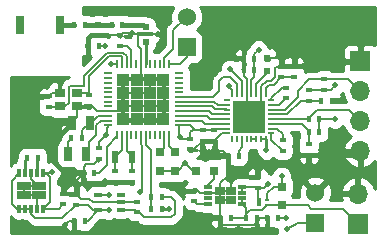
<source format=gtl>
G04 #@! TF.GenerationSoftware,KiCad,Pcbnew,(5.0.0)*
G04 #@! TF.CreationDate,2019-04-26T12:00:10-04:00*
G04 #@! TF.ProjectId,StrainGauge2,53747261696E4761756765322E6B6963,rev?*
G04 #@! TF.SameCoordinates,Original*
G04 #@! TF.FileFunction,Copper,L1,Top,Signal*
G04 #@! TF.FilePolarity,Positive*
%FSLAX46Y46*%
G04 Gerber Fmt 4.6, Leading zero omitted, Abs format (unit mm)*
G04 Created by KiCad (PCBNEW (5.0.0)) date 04/26/19 12:00:10*
%MOMM*%
%LPD*%
G01*
G04 APERTURE LIST*
G04 #@! TA.AperFunction,ComponentPad*
%ADD10R,1.700000X1.700000*%
G04 #@! TD*
G04 #@! TA.AperFunction,ComponentPad*
%ADD11O,1.700000X1.700000*%
G04 #@! TD*
G04 #@! TA.AperFunction,SMDPad,CuDef*
%ADD12R,0.599440X0.398780*%
G04 #@! TD*
G04 #@! TA.AperFunction,SMDPad,CuDef*
%ADD13R,0.398780X0.599440*%
G04 #@! TD*
G04 #@! TA.AperFunction,SMDPad,CuDef*
%ADD14R,0.650000X0.400000*%
G04 #@! TD*
G04 #@! TA.AperFunction,SMDPad,CuDef*
%ADD15R,0.800000X0.800000*%
G04 #@! TD*
G04 #@! TA.AperFunction,SMDPad,CuDef*
%ADD16O,0.600000X0.200000*%
G04 #@! TD*
G04 #@! TA.AperFunction,SMDPad,CuDef*
%ADD17R,0.600000X0.200000*%
G04 #@! TD*
G04 #@! TA.AperFunction,SMDPad,CuDef*
%ADD18O,0.200000X0.600000*%
G04 #@! TD*
G04 #@! TA.AperFunction,SMDPad,CuDef*
%ADD19R,0.200000X0.600000*%
G04 #@! TD*
G04 #@! TA.AperFunction,SMDPad,CuDef*
%ADD20R,1.325000X1.325000*%
G04 #@! TD*
G04 #@! TA.AperFunction,SMDPad,CuDef*
%ADD21R,0.300000X0.650000*%
G04 #@! TD*
G04 #@! TA.AperFunction,SMDPad,CuDef*
%ADD22R,1.240000X0.775000*%
G04 #@! TD*
G04 #@! TA.AperFunction,SMDPad,CuDef*
%ADD23R,0.700000X0.300000*%
G04 #@! TD*
G04 #@! TA.AperFunction,SMDPad,CuDef*
%ADD24R,0.600000X0.600000*%
G04 #@! TD*
G04 #@! TA.AperFunction,ComponentPad*
%ADD25R,1.524000X1.524000*%
G04 #@! TD*
G04 #@! TA.AperFunction,ComponentPad*
%ADD26C,1.524000*%
G04 #@! TD*
G04 #@! TA.AperFunction,SMDPad,CuDef*
%ADD27R,0.635000X1.143000*%
G04 #@! TD*
G04 #@! TA.AperFunction,SMDPad,CuDef*
%ADD28R,0.900000X0.800000*%
G04 #@! TD*
G04 #@! TA.AperFunction,SMDPad,CuDef*
%ADD29R,0.800000X1.600000*%
G04 #@! TD*
G04 #@! TA.AperFunction,SMDPad,CuDef*
%ADD30R,0.200000X0.800000*%
G04 #@! TD*
G04 #@! TA.AperFunction,SMDPad,CuDef*
%ADD31R,0.800000X0.200000*%
G04 #@! TD*
G04 #@! TA.AperFunction,SMDPad,CuDef*
%ADD32R,1.112500X1.112500*%
G04 #@! TD*
G04 #@! TA.AperFunction,SMDPad,CuDef*
%ADD33R,0.600000X1.100000*%
G04 #@! TD*
G04 #@! TA.AperFunction,SMDPad,CuDef*
%ADD34R,0.500000X0.600000*%
G04 #@! TD*
G04 #@! TA.AperFunction,SMDPad,CuDef*
%ADD35R,0.750000X0.300000*%
G04 #@! TD*
G04 #@! TA.AperFunction,SMDPad,CuDef*
%ADD36R,0.875000X0.725000*%
G04 #@! TD*
G04 #@! TA.AperFunction,SMDPad,CuDef*
%ADD37R,0.400000X0.700000*%
G04 #@! TD*
G04 #@! TA.AperFunction,SMDPad,CuDef*
%ADD38R,0.400000X0.250000*%
G04 #@! TD*
G04 #@! TA.AperFunction,ViaPad*
%ADD39C,0.508000*%
G04 #@! TD*
G04 #@! TA.AperFunction,Conductor*
%ADD40C,0.152000*%
G04 #@! TD*
G04 #@! TA.AperFunction,Conductor*
%ADD41C,0.457200*%
G04 #@! TD*
G04 #@! TA.AperFunction,Conductor*
%ADD42C,0.460000*%
G04 #@! TD*
G04 #@! TA.AperFunction,Conductor*
%ADD43C,0.229000*%
G04 #@! TD*
G04 #@! TA.AperFunction,Conductor*
%ADD44C,0.152400*%
G04 #@! TD*
G04 #@! TA.AperFunction,Conductor*
%ADD45C,0.254000*%
G04 #@! TD*
G04 APERTURE END LIST*
D10*
G04 #@! TO.P,P5,1*
G04 #@! TO.N,DGND*
X296175000Y-130770000D03*
D11*
G04 #@! TO.P,P5,2*
G04 #@! TO.N,/SG2_INPUT_1*
X296175000Y-133310000D03*
G04 #@! TO.P,P5,3*
G04 #@! TO.N,/SG1_INPUT_1*
X296175000Y-135850000D03*
G04 #@! TO.P,P5,4*
G04 #@! TO.N,DGND*
X296175000Y-138390000D03*
G04 #@! TD*
D12*
G04 #@! TO.P,R11,2*
G04 #@! TO.N,/SG2_INPUT_1*
X293150000Y-132300840D03*
G04 #@! TO.P,R11,1*
G04 #@! TO.N,DVDD*
X293150000Y-133200000D03*
G04 #@! TD*
D13*
G04 #@! TO.P,R6,1*
G04 #@! TO.N,/WB2_Vinverting*
X292900000Y-134100000D03*
G04 #@! TO.P,R6,2*
G04 #@! TO.N,DGND*
X293799160Y-134100000D03*
G04 #@! TD*
D10*
G04 #@! TO.P,P3,1*
G04 #@! TO.N,5V_in_charge*
X295990000Y-144510000D03*
D11*
G04 #@! TO.P,P3,2*
G04 #@! TO.N,DGND*
X295990000Y-141970000D03*
G04 #@! TD*
D13*
G04 #@! TO.P,R5,1*
G04 #@! TO.N,/AIN_BAT_DIV_VOLTAGE*
X278480420Y-142290000D03*
G04 #@! TO.P,R5,2*
G04 #@! TO.N,Net-(C14-Pad1)*
X279379580Y-142290000D03*
G04 #@! TD*
D14*
G04 #@! TO.P,U5,1*
G04 #@! TO.N,Net-(C14-Pad1)*
X275900000Y-143360000D03*
G04 #@! TO.P,U5,3*
G04 #@! TO.N,Net-(R8-Pad1)*
X275900000Y-142060000D03*
G04 #@! TO.P,U5,2*
G04 #@! TO.N,DGND*
X275900000Y-142710000D03*
G04 #@! TO.P,U5,4*
G04 #@! TO.N,/LOAD_SW_CTRL*
X274000000Y-142060000D03*
G04 #@! TO.P,U5,5*
G04 #@! TO.N,VCC*
X274000000Y-143360000D03*
G04 #@! TD*
D15*
G04 #@! TO.P,D4,2*
G04 #@! TO.N,5V_in_charge*
X289520000Y-142980000D03*
G04 #@! TO.P,D4,1*
G04 #@! TO.N,VCC*
X289520000Y-141380000D03*
G04 #@! TD*
D13*
G04 #@! TO.P,C18,1*
G04 #@! TO.N,DGND*
X288310420Y-144010000D03*
G04 #@! TO.P,C18,2*
G04 #@! TO.N,VCC*
X289209580Y-144010000D03*
G04 #@! TD*
G04 #@! TO.P,R10,1*
G04 #@! TO.N,5V_in_charge*
X286530420Y-144010000D03*
G04 #@! TO.P,R10,2*
G04 #@! TO.N,DGND*
X287429580Y-144010000D03*
G04 #@! TD*
G04 #@! TO.P,C16,1*
G04 #@! TO.N,5V_in_charge*
X285199580Y-144020000D03*
G04 #@! TO.P,C16,2*
G04 #@! TO.N,DGND*
X284300420Y-144020000D03*
G04 #@! TD*
D12*
G04 #@! TO.P,R9,1*
G04 #@! TO.N,Net-(R9-Pad1)*
X282140000Y-142639580D03*
G04 #@! TO.P,R9,2*
G04 #@! TO.N,DGND*
X282140000Y-141740420D03*
G04 #@! TD*
G04 #@! TO.P,C17,1*
G04 #@! TO.N,/BATT_IN*
X287490000Y-141469580D03*
G04 #@! TO.P,C17,2*
G04 #@! TO.N,DGND*
X287490000Y-140570420D03*
G04 #@! TD*
D15*
G04 #@! TO.P,D3,2*
G04 #@! TO.N,DVDD*
X282240000Y-140050000D03*
G04 #@! TO.P,D3,1*
G04 #@! TO.N,Net-(D3-Pad1)*
X283840000Y-140050000D03*
G04 #@! TD*
D12*
G04 #@! TO.P,C22,1*
G04 #@! TO.N,DVDD*
X281800000Y-137320420D03*
G04 #@! TO.P,C22,2*
G04 #@! TO.N,DGND*
X281800000Y-138219580D03*
G04 #@! TD*
D13*
G04 #@! TO.P,R7,1*
G04 #@! TO.N,DGND*
X279379580Y-143270000D03*
G04 #@! TO.P,R7,2*
G04 #@! TO.N,/AIN_BAT_DIV_VOLTAGE*
X278480420Y-143270000D03*
G04 #@! TD*
D12*
G04 #@! TO.P,C14,1*
G04 #@! TO.N,Net-(C14-Pad1)*
X277310000Y-143549580D03*
G04 #@! TO.P,C14,2*
G04 #@! TO.N,DGND*
X277310000Y-142650420D03*
G04 #@! TD*
D13*
G04 #@! TO.P,C15,1*
G04 #@! TO.N,VCC*
X272849580Y-144260000D03*
G04 #@! TO.P,C15,2*
G04 #@! TO.N,DGND*
X271950420Y-144260000D03*
G04 #@! TD*
D16*
G04 #@! TO.P,U2,1*
G04 #@! TO.N,Net-(C3-Pad1)*
X288660000Y-136870000D03*
D17*
G04 #@! TO.P,U2,2*
G04 #@! TO.N,Net-(C3-Pad2)*
X288660000Y-136470000D03*
G04 #@! TO.P,U2,3*
G04 #@! TO.N,/WB1_Vinverting*
X288660000Y-136070000D03*
G04 #@! TO.P,U2,4*
G04 #@! TO.N,/SG1_INPUT_1*
X288660000Y-135670000D03*
G04 #@! TO.P,U2,5*
G04 #@! TO.N,/WB2_Vinverting*
X288660000Y-135270000D03*
G04 #@! TO.P,U2,6*
G04 #@! TO.N,/SG2_INPUT_1*
X288660000Y-134870000D03*
G04 #@! TO.P,U2,7*
G04 #@! TO.N,Net-(C5-Pad1)*
X288660000Y-134470000D03*
D16*
G04 #@! TO.P,U2,8*
G04 #@! TO.N,Net-(C5-Pad2)*
X288660000Y-134070000D03*
D18*
G04 #@! TO.P,U2,9*
G04 #@! TO.N,Net-(C10-Pad2)*
X288160000Y-133570000D03*
D19*
G04 #@! TO.P,U2,10*
G04 #@! TO.N,DGND*
X287760000Y-133570000D03*
G04 #@! TO.P,U2,11*
G04 #@! TO.N,Net-(C9-Pad1)*
X287360000Y-133570000D03*
G04 #@! TO.P,U2,12*
G04 #@! TO.N,DVDD*
X286960000Y-133570000D03*
G04 #@! TO.P,U2,13*
G04 #@! TO.N,DGND*
X286560000Y-133570000D03*
G04 #@! TO.P,U2,14*
G04 #@! TO.N,DVDD*
X286160000Y-133570000D03*
G04 #@! TO.P,U2,15*
G04 #@! TO.N,/~PWDN/RESET*
X285760000Y-133570000D03*
D18*
G04 #@! TO.P,U2,16*
G04 #@! TO.N,DGND*
X285360000Y-133570000D03*
D16*
G04 #@! TO.P,U2,17*
G04 #@! TO.N,Net-(U2-Pad17)*
X284860000Y-134070000D03*
D17*
G04 #@! TO.P,U2,18*
G04 #@! TO.N,/SPI_~CS*
X284860000Y-134470000D03*
G04 #@! TO.P,U2,19*
G04 #@! TO.N,/DIN*
X284860000Y-134870000D03*
G04 #@! TO.P,U2,20*
G04 #@! TO.N,/SPI_SCLK*
X284860000Y-135270000D03*
G04 #@! TO.P,U2,21*
G04 #@! TO.N,/DOUT*
X284860000Y-135670000D03*
G04 #@! TO.P,U2,22*
G04 #@! TO.N,/~DRDY*
X284860000Y-136070000D03*
G04 #@! TO.P,U2,23*
G04 #@! TO.N,DVDD*
X284860000Y-136470000D03*
D16*
G04 #@! TO.P,U2,24*
G04 #@! TO.N,DGND*
X284860000Y-136870000D03*
D18*
G04 #@! TO.P,U2,25*
G04 #@! TO.N,Net-(U2-Pad25)*
X285360000Y-137370000D03*
D19*
G04 #@! TO.P,U2,26*
G04 #@! TO.N,Net-(U2-Pad26)*
X285760000Y-137370000D03*
G04 #@! TO.P,U2,27*
G04 #@! TO.N,Net-(C11-Pad1)*
X286160000Y-137370000D03*
G04 #@! TO.P,U2,28*
G04 #@! TO.N,Net-(U2-Pad28)*
X286560000Y-137370000D03*
G04 #@! TO.P,U2,29*
G04 #@! TO.N,Net-(U2-Pad29)*
X286960000Y-137370000D03*
G04 #@! TO.P,U2,30*
G04 #@! TO.N,Net-(U2-Pad30)*
X287360000Y-137370000D03*
G04 #@! TO.P,U2,31*
G04 #@! TO.N,DVDD*
X287760000Y-137370000D03*
D18*
G04 #@! TO.P,U2,32*
X288160000Y-137370000D03*
D20*
G04 #@! TO.P,U2,33*
G04 #@! TO.N,DGND*
X286097500Y-134807500D03*
X286097500Y-136132500D03*
X287422500Y-134807500D03*
X287422500Y-136132500D03*
G04 #@! TD*
D12*
G04 #@! TO.P,C5,1*
G04 #@! TO.N,Net-(C5-Pad1)*
X289890000Y-133899580D03*
G04 #@! TO.P,C5,2*
G04 #@! TO.N,Net-(C5-Pad2)*
X289890000Y-133000420D03*
G04 #@! TD*
G04 #@! TO.P,C3,1*
G04 #@! TO.N,Net-(C3-Pad1)*
X289600000Y-138359580D03*
G04 #@! TO.P,C3,2*
G04 #@! TO.N,Net-(C3-Pad2)*
X289600000Y-137460420D03*
G04 #@! TD*
G04 #@! TO.P,C13,1*
G04 #@! TO.N,DVDD*
X283830000Y-136610420D03*
G04 #@! TO.P,C13,2*
G04 #@! TO.N,DGND*
X283830000Y-137509580D03*
G04 #@! TD*
G04 #@! TO.P,C12,1*
G04 #@! TO.N,DVDD*
X282840000Y-136610420D03*
G04 #@! TO.P,C12,2*
G04 #@! TO.N,DGND*
X282840000Y-137509580D03*
G04 #@! TD*
D13*
G04 #@! TO.P,C8,1*
G04 #@! TO.N,DGND*
X286320420Y-130570000D03*
G04 #@! TO.P,C8,2*
G04 #@! TO.N,DVDD*
X287219580Y-130570000D03*
G04 #@! TD*
D12*
G04 #@! TO.P,C10,1*
G04 #@! TO.N,DGND*
X290600000Y-131190420D03*
G04 #@! TO.P,C10,2*
G04 #@! TO.N,Net-(C10-Pad2)*
X290600000Y-132089580D03*
G04 #@! TD*
D13*
G04 #@! TO.P,C7,1*
G04 #@! TO.N,DGND*
X286320420Y-131520000D03*
G04 #@! TO.P,C7,2*
G04 #@! TO.N,DVDD*
X287219580Y-131520000D03*
G04 #@! TD*
D21*
G04 #@! TO.P,U1,1*
G04 #@! TO.N,DVDD*
X269320000Y-140200000D03*
G04 #@! TO.P,U1,2*
G04 #@! TO.N,Net-(L1-Pad2)*
X268820000Y-140200000D03*
G04 #@! TO.P,U1,3*
G04 #@! TO.N,DGND*
X268320000Y-140200000D03*
G04 #@! TO.P,U1,4*
G04 #@! TO.N,Net-(L1-Pad1)*
X267820000Y-140200000D03*
G04 #@! TO.P,U1,5*
G04 #@! TO.N,VCC*
X267320000Y-140200000D03*
G04 #@! TO.P,U1,6*
X267320000Y-143300000D03*
G04 #@! TO.P,U1,7*
X267820000Y-143300000D03*
G04 #@! TO.P,U1,8*
X268320000Y-143300000D03*
G04 #@! TO.P,U1,9*
G04 #@! TO.N,DGND*
X268820000Y-143300000D03*
G04 #@! TO.P,U1,10*
G04 #@! TO.N,DVDD*
X269320000Y-143300000D03*
D22*
G04 #@! TO.P,U1,11*
G04 #@! TO.N,DGND*
X267700000Y-142137500D03*
X268940000Y-142137500D03*
X267700000Y-141362500D03*
X268940000Y-141362500D03*
G04 #@! TD*
D13*
G04 #@! TO.P,L1,1*
G04 #@! TO.N,Net-(L1-Pad1)*
X267990420Y-138970000D03*
G04 #@! TO.P,L1,2*
G04 #@! TO.N,Net-(L1-Pad2)*
X268889580Y-138970000D03*
G04 #@! TD*
D12*
G04 #@! TO.P,C21,1*
G04 #@! TO.N,DGND*
X274070000Y-139049580D03*
G04 #@! TO.P,C21,2*
G04 #@! TO.N,DVDD*
X274070000Y-138150420D03*
G04 #@! TD*
D23*
G04 #@! TO.P,F1,1*
G04 #@! TO.N,DGND*
X278326500Y-128500000D03*
D24*
G04 #@! TO.P,F1,2*
G04 #@! TO.N,Net-(F1-Pad2)*
X278000000Y-129112500D03*
G04 #@! TO.P,F1,4*
G04 #@! TO.N,/RF*
X278000000Y-127887500D03*
D23*
G04 #@! TO.P,F1,3*
G04 #@! TO.N,DGND*
X277637500Y-128500000D03*
G04 #@! TD*
D12*
G04 #@! TO.P,C34,1*
G04 #@! TO.N,/DEC3*
X275840000Y-129489580D03*
G04 #@! TO.P,C34,2*
G04 #@! TO.N,DGND*
X275840000Y-128590420D03*
G04 #@! TD*
D13*
G04 #@! TO.P,C33,1*
G04 #@! TO.N,DGND*
X273150420Y-129450000D03*
G04 #@! TO.P,C33,2*
G04 #@! TO.N,DVDD*
X274049580Y-129450000D03*
G04 #@! TD*
D25*
G04 #@! TO.P,P2,1*
G04 #@! TO.N,/SWDCLK*
X281500000Y-129560000D03*
D26*
G04 #@! TO.P,P2,2*
G04 #@! TO.N,/SWDIO*
X281500000Y-127020000D03*
G04 #@! TD*
D15*
G04 #@! TO.P,D2,2*
G04 #@! TO.N,DVDD*
X280490000Y-140050000D03*
G04 #@! TO.P,D2,1*
G04 #@! TO.N,/LED3*
X280490000Y-138450000D03*
G04 #@! TD*
D13*
G04 #@! TO.P,C11,1*
G04 #@! TO.N,Net-(C11-Pad1)*
X285889580Y-138790000D03*
G04 #@! TO.P,C11,2*
G04 #@! TO.N,DGND*
X284990420Y-138790000D03*
G04 #@! TD*
D12*
G04 #@! TO.P,C6,1*
G04 #@! TO.N,DGND*
X289500000Y-131220420D03*
G04 #@! TO.P,C6,2*
G04 #@! TO.N,Net-(C10-Pad2)*
X289500000Y-132119580D03*
G04 #@! TD*
G04 #@! TO.P,C2,1*
G04 #@! TO.N,DVDD*
X271040000Y-142899580D03*
G04 #@! TO.P,C2,2*
G04 #@! TO.N,DGND*
X271040000Y-142000420D03*
G04 #@! TD*
G04 #@! TO.P,C1,1*
G04 #@! TO.N,VCC*
X272140000Y-142909580D03*
G04 #@! TO.P,C1,2*
G04 #@! TO.N,DGND*
X272140000Y-142010420D03*
G04 #@! TD*
G04 #@! TO.P,R4,1*
G04 #@! TO.N,DVDD*
X291850000Y-133200840D03*
G04 #@! TO.P,R4,2*
G04 #@! TO.N,/WB2_Vinverting*
X291850000Y-134100000D03*
G04 #@! TD*
D13*
G04 #@! TO.P,R3,1*
G04 #@! TO.N,DVDD*
X292715053Y-135672892D03*
G04 #@! TO.P,R3,2*
G04 #@! TO.N,/SG1_INPUT_1*
X291815893Y-135672892D03*
G04 #@! TD*
D12*
G04 #@! TO.P,R2,1*
G04 #@! TO.N,/WB1_Vinverting*
X291825000Y-137800000D03*
G04 #@! TO.P,R2,2*
G04 #@! TO.N,DGND*
X291825000Y-138699160D03*
G04 #@! TD*
D13*
G04 #@! TO.P,R1,1*
G04 #@! TO.N,DVDD*
X292715473Y-136747892D03*
G04 #@! TO.P,R1,2*
G04 #@! TO.N,/WB1_Vinverting*
X291816313Y-136747892D03*
G04 #@! TD*
D15*
G04 #@! TO.P,D1,2*
G04 #@! TO.N,DVDD*
X279240000Y-140050000D03*
G04 #@! TO.P,D1,1*
G04 #@! TO.N,/LED2*
X279240000Y-138450000D03*
G04 #@! TD*
D25*
G04 #@! TO.P,P1,1*
G04 #@! TO.N,/BATT_IN*
X292380000Y-144450000D03*
D26*
G04 #@! TO.P,P1,2*
G04 #@! TO.N,DGND*
X292380000Y-141910000D03*
G04 #@! TD*
D27*
G04 #@! TO.P,L4,1*
G04 #@! TO.N,Net-(L4-Pad1)*
X272932000Y-138620000D03*
G04 #@! TO.P,L4,2*
G04 #@! TO.N,Net-(L3-Pad1)*
X271408000Y-138620000D03*
G04 #@! TD*
D28*
G04 #@! TO.P,X1,4*
G04 #@! TO.N,DGND*
X270800000Y-133500000D03*
G04 #@! TO.P,X1,3*
G04 #@! TO.N,Net-(C25-Pad2)*
X272200000Y-133500000D03*
G04 #@! TO.P,X1,1*
G04 #@! TO.N,Net-(C24-Pad2)*
X270800000Y-134600000D03*
G04 #@! TO.P,X1,2*
G04 #@! TO.N,DGND*
X272200000Y-134600000D03*
G04 #@! TD*
D12*
G04 #@! TO.P,C28,1*
G04 #@! TO.N,Net-(C28-Pad1)*
X275450000Y-140100420D03*
G04 #@! TO.P,C28,2*
G04 #@! TO.N,DGND*
X275450000Y-140999580D03*
G04 #@! TD*
D13*
G04 #@! TO.P,C26,1*
G04 #@! TO.N,/DEC1*
X273649580Y-140200000D03*
G04 #@! TO.P,C26,2*
G04 #@! TO.N,DGND*
X272750420Y-140200000D03*
G04 #@! TD*
D12*
G04 #@! TO.P,C24,1*
G04 #@! TO.N,DGND*
X269800000Y-133750420D03*
G04 #@! TO.P,C24,2*
G04 #@! TO.N,Net-(C24-Pad2)*
X269800000Y-134649580D03*
G04 #@! TD*
G04 #@! TO.P,C25,1*
G04 #@! TO.N,DGND*
X273200000Y-134549580D03*
G04 #@! TO.P,C25,2*
G04 #@! TO.N,Net-(C25-Pad2)*
X273200000Y-133650420D03*
G04 #@! TD*
G04 #@! TO.P,C29,1*
G04 #@! TO.N,Net-(C29-Pad1)*
X276850000Y-140100420D03*
G04 #@! TO.P,C29,2*
G04 #@! TO.N,DGND*
X276850000Y-140999580D03*
G04 #@! TD*
D29*
G04 #@! TO.P,A1,1*
G04 #@! TO.N,Net-(A1-Pad1)*
X270745000Y-127673000D03*
G04 #@! TO.P,A1,2*
G04 #@! TO.N,Net-(A1-Pad2)*
X267345000Y-127673000D03*
G04 #@! TD*
D13*
G04 #@! TO.P,L6,1*
G04 #@! TO.N,Net-(C30-Pad2)*
X272849580Y-127700000D03*
G04 #@! TO.P,L6,2*
G04 #@! TO.N,Net-(A1-Pad1)*
X271950420Y-127700000D03*
G04 #@! TD*
D12*
G04 #@! TO.P,L5,1*
G04 #@! TO.N,Net-(C30-Pad2)*
X274000000Y-127650420D03*
G04 #@! TO.P,L5,2*
G04 #@! TO.N,DGND*
X274000000Y-128549580D03*
G04 #@! TD*
D13*
G04 #@! TO.P,C30,1*
G04 #@! TO.N,/RF*
X276049580Y-127700000D03*
G04 #@! TO.P,C30,2*
G04 #@! TO.N,Net-(C30-Pad2)*
X275150420Y-127700000D03*
G04 #@! TD*
G04 #@! TO.P,L3,1*
G04 #@! TO.N,Net-(L3-Pad1)*
X271730420Y-137270000D03*
G04 #@! TO.P,L3,2*
G04 #@! TO.N,Net-(C23-Pad1)*
X272629580Y-137270000D03*
G04 #@! TD*
D27*
G04 #@! TO.P,C23,1*
G04 #@! TO.N,Net-(C23-Pad1)*
X273262000Y-136000000D03*
G04 #@! TO.P,C23,2*
G04 #@! TO.N,DGND*
X271738000Y-136000000D03*
G04 #@! TD*
D30*
G04 #@! TO.P,U3,1*
G04 #@! TO.N,/DEC1*
X275600000Y-137000000D03*
G04 #@! TO.P,U3,2*
G04 #@! TO.N,Net-(C28-Pad1)*
X276000000Y-137000000D03*
G04 #@! TO.P,U3,3*
G04 #@! TO.N,Net-(C29-Pad1)*
X276400000Y-137000000D03*
G04 #@! TO.P,U3,4*
G04 #@! TO.N,Net-(U3-Pad4)*
X276800000Y-137000000D03*
G04 #@! TO.P,U3,5*
G04 #@! TO.N,Net-(U3-Pad5)*
X277200000Y-137000000D03*
G04 #@! TO.P,U3,6*
G04 #@! TO.N,/LOAD_SW_CTRL*
X277600000Y-137000000D03*
G04 #@! TO.P,U3,7*
G04 #@! TO.N,/AIN_BAT_DIV_VOLTAGE*
X278000000Y-137000000D03*
G04 #@! TO.P,U3,8*
G04 #@! TO.N,Net-(U3-Pad8)*
X278400000Y-137000000D03*
G04 #@! TO.P,U3,9*
G04 #@! TO.N,Net-(U3-Pad9)*
X278800000Y-137000000D03*
G04 #@! TO.P,U3,10*
G04 #@! TO.N,Net-(U3-Pad10)*
X279200000Y-137000000D03*
G04 #@! TO.P,U3,11*
G04 #@! TO.N,/LED2*
X279600000Y-137000000D03*
G04 #@! TO.P,U3,12*
G04 #@! TO.N,/LED3*
X280000000Y-137000000D03*
D31*
G04 #@! TO.P,U3,13*
G04 #@! TO.N,DVDD*
X280800000Y-136200000D03*
G04 #@! TO.P,U3,14*
G04 #@! TO.N,/~DRDY*
X280800000Y-135800000D03*
G04 #@! TO.P,U3,15*
G04 #@! TO.N,/DOUT*
X280800000Y-135400000D03*
G04 #@! TO.P,U3,16*
G04 #@! TO.N,/SPI_SCLK*
X280800000Y-135000000D03*
G04 #@! TO.P,U3,17*
G04 #@! TO.N,/DIN*
X280800000Y-134600000D03*
G04 #@! TO.P,U3,18*
G04 #@! TO.N,/SPI_~CS*
X280800000Y-134200000D03*
G04 #@! TO.P,U3,19*
G04 #@! TO.N,/~PWDN/RESET*
X280800000Y-133800000D03*
G04 #@! TO.P,U3,20*
G04 #@! TO.N,Net-(U3-Pad20)*
X280800000Y-133400000D03*
G04 #@! TO.P,U3,21*
G04 #@! TO.N,Net-(U3-Pad21)*
X280800000Y-133000000D03*
G04 #@! TO.P,U3,22*
G04 #@! TO.N,Net-(U3-Pad22)*
X280800000Y-132600000D03*
G04 #@! TO.P,U3,23*
G04 #@! TO.N,Net-(U3-Pad23)*
X280800000Y-132200000D03*
G04 #@! TO.P,U3,24*
G04 #@! TO.N,Net-(U3-Pad24)*
X280800000Y-131800000D03*
D30*
G04 #@! TO.P,U3,25*
G04 #@! TO.N,/SWDCLK*
X280000000Y-131000000D03*
G04 #@! TO.P,U3,26*
G04 #@! TO.N,/SWDIO*
X279600000Y-131000000D03*
G04 #@! TO.P,U3,27*
G04 #@! TO.N,Net-(U3-Pad27)*
X279200000Y-131000000D03*
G04 #@! TO.P,U3,28*
G04 #@! TO.N,Net-(U3-Pad28)*
X278800000Y-131000000D03*
G04 #@! TO.P,U3,29*
G04 #@! TO.N,Net-(U3-Pad29)*
X278400000Y-131000000D03*
G04 #@! TO.P,U3,30*
G04 #@! TO.N,Net-(F1-Pad2)*
X278000000Y-131000000D03*
G04 #@! TO.P,U3,31*
G04 #@! TO.N,DGND*
X277600000Y-131000000D03*
G04 #@! TO.P,U3,32*
G04 #@! TO.N,/DEC2*
X277200000Y-131000000D03*
G04 #@! TO.P,U3,33*
G04 #@! TO.N,/DEC3*
X276800000Y-131000000D03*
G04 #@! TO.P,U3,34*
G04 #@! TO.N,Net-(C24-Pad2)*
X276400000Y-131000000D03*
G04 #@! TO.P,U3,35*
G04 #@! TO.N,Net-(C25-Pad2)*
X276000000Y-131000000D03*
G04 #@! TO.P,U3,36*
G04 #@! TO.N,DVDD*
X275600000Y-131000000D03*
D31*
G04 #@! TO.P,U3,37*
G04 #@! TO.N,Net-(U3-Pad37)*
X274800000Y-131800000D03*
G04 #@! TO.P,U3,38*
G04 #@! TO.N,Net-(U3-Pad38)*
X274800000Y-132200000D03*
G04 #@! TO.P,U3,39*
G04 #@! TO.N,Net-(U3-Pad39)*
X274800000Y-132600000D03*
G04 #@! TO.P,U3,40*
G04 #@! TO.N,Net-(U3-Pad40)*
X274800000Y-133000000D03*
G04 #@! TO.P,U3,41*
G04 #@! TO.N,Net-(U3-Pad41)*
X274800000Y-133400000D03*
G04 #@! TO.P,U3,42*
G04 #@! TO.N,Net-(U3-Pad42)*
X274800000Y-133800000D03*
G04 #@! TO.P,U3,43*
G04 #@! TO.N,Net-(U3-Pad43)*
X274800000Y-134200000D03*
G04 #@! TO.P,U3,44*
G04 #@! TO.N,Net-(U3-Pad44)*
X274800000Y-134600000D03*
G04 #@! TO.P,U3,45*
G04 #@! TO.N,DGND*
X274800000Y-135000000D03*
G04 #@! TO.P,U3,46*
G04 #@! TO.N,Net-(C23-Pad1)*
X274800000Y-135400000D03*
G04 #@! TO.P,U3,47*
G04 #@! TO.N,Net-(L4-Pad1)*
X274800000Y-135800000D03*
G04 #@! TO.P,U3,48*
G04 #@! TO.N,DVDD*
X274800000Y-136200000D03*
D32*
G04 #@! TO.P,U3,49*
G04 #@! TO.N,DGND*
X279468750Y-132331250D03*
X278356250Y-132331250D03*
X277243750Y-132331250D03*
X276131250Y-132331250D03*
X279468750Y-133443750D03*
X278356250Y-133443750D03*
X277243750Y-133443750D03*
X276131250Y-133443750D03*
X279468750Y-134556250D03*
X278356250Y-134556250D03*
X277243750Y-134556250D03*
X276131250Y-134556250D03*
X279468750Y-135668750D03*
X278356250Y-135668750D03*
X277243750Y-135668750D03*
X276131250Y-135668750D03*
G04 #@! TD*
D33*
G04 #@! TO.P,X2,1*
G04 #@! TO.N,Net-(C29-Pad1)*
X276850000Y-138850000D03*
G04 #@! TO.P,X2,2*
G04 #@! TO.N,Net-(C28-Pad1)*
X275450000Y-138850000D03*
G04 #@! TD*
D34*
G04 #@! TO.P,C9,1*
G04 #@! TO.N,Net-(C9-Pad1)*
X288280000Y-131610000D03*
G04 #@! TO.P,C9,2*
G04 #@! TO.N,DGND*
X288280000Y-130510000D03*
G04 #@! TD*
D35*
G04 #@! TO.P,U6,1*
G04 #@! TO.N,5V_in_charge*
X286210000Y-142890000D03*
G04 #@! TO.P,U6,2*
X286210000Y-142390000D03*
G04 #@! TO.P,U6,3*
G04 #@! TO.N,/BATT_IN*
X286210000Y-141890000D03*
G04 #@! TO.P,U6,4*
X286210000Y-141390000D03*
G04 #@! TO.P,U6,5*
G04 #@! TO.N,Net-(D3-Pad1)*
X283310000Y-141390000D03*
G04 #@! TO.P,U6,6*
G04 #@! TO.N,DGND*
X283310000Y-141890000D03*
G04 #@! TO.P,U6,7*
G04 #@! TO.N,Net-(U6-Pad7)*
X283310000Y-142390000D03*
G04 #@! TO.P,U6,8*
G04 #@! TO.N,Net-(R9-Pad1)*
X283310000Y-142890000D03*
D36*
G04 #@! TO.P,U6,9*
G04 #@! TO.N,DGND*
X284322500Y-141777500D03*
X284322500Y-142502500D03*
X285197500Y-141777500D03*
X285197500Y-142502500D03*
G04 #@! TD*
D37*
G04 #@! TO.P,Q1,2*
G04 #@! TO.N,/BATT_IN*
X287610000Y-142730000D03*
D38*
G04 #@! TO.P,Q1,1*
G04 #@! TO.N,5V_in_charge*
X288310000Y-142955000D03*
G04 #@! TO.P,Q1,3*
G04 #@! TO.N,VCC*
X288310000Y-142505000D03*
G04 #@! TD*
D39*
G04 #@! TO.N,DVDD*
X281380000Y-139390000D03*
X285179580Y-131429580D03*
X270070000Y-140110000D03*
X288240000Y-138300000D03*
X287570000Y-129800000D03*
X280880000Y-137160000D03*
X274640000Y-137010000D03*
X275120000Y-130980000D03*
X274580000Y-129450000D03*
X294075000Y-132825000D03*
X294075000Y-135675000D03*
G04 #@! TO.N,VCC*
X274870000Y-143370000D03*
X289520000Y-140520000D03*
X289860000Y-144040000D03*
G04 #@! TO.N,DGND*
X287740000Y-139830000D03*
X281100000Y-141780000D03*
X280000000Y-143270000D03*
X271200000Y-144600000D03*
X285030000Y-132840000D03*
X268940000Y-142137500D03*
X279070000Y-128500000D03*
X283750000Y-138380000D03*
X286070000Y-134870000D03*
X268986000Y-135610000D03*
X276820000Y-128420000D03*
X294400000Y-134100000D03*
X291350000Y-131200000D03*
G04 #@! TO.N,/LOAD_SW_CTRL*
X277520000Y-141870000D03*
X274870000Y-142070000D03*
G04 #@! TO.N,/BATT_IN*
X290000000Y-145010000D03*
X288340000Y-141140000D03*
G04 #@! TD*
D40*
G04 #@! TO.N,/DEC1*
X274100000Y-140200000D02*
X273649580Y-140200000D01*
X274730000Y-139570000D02*
X274100000Y-140200000D01*
X274730000Y-138010000D02*
X274730000Y-139570000D01*
X275600000Y-137140000D02*
X274730000Y-138010000D01*
X275600000Y-137000000D02*
X275600000Y-137140000D01*
X275600000Y-137000000D02*
X275550000Y-137000000D01*
D41*
G04 #@! TO.N,/RF*
X276049580Y-127700000D02*
X277800000Y-127700000D01*
X277800000Y-127700000D02*
X278000000Y-127900000D01*
D40*
G04 #@! TO.N,/SPI_SCLK*
X280800000Y-135000000D02*
X283390000Y-135000000D01*
X283660000Y-135270000D02*
X284860000Y-135270000D01*
X283390000Y-135000000D02*
X283660000Y-135270000D01*
G04 #@! TO.N,/SPI_~CS*
X280800000Y-134200000D02*
X283840000Y-134200000D01*
X284110000Y-134470000D02*
X284860000Y-134470000D01*
X283840000Y-134200000D02*
X284110000Y-134470000D01*
G04 #@! TO.N,/SWDCLK*
X280000000Y-131000000D02*
X280920000Y-131000000D01*
X281500000Y-130420000D02*
X281500000Y-129560000D01*
X280920000Y-131000000D02*
X281500000Y-130420000D01*
G04 #@! TO.N,/SWDIO*
X279600000Y-131000000D02*
X279600000Y-130480000D01*
X280360000Y-128160000D02*
X281500000Y-127020000D01*
X280360000Y-129720000D02*
X280360000Y-128160000D01*
X279600000Y-130480000D02*
X280360000Y-129720000D01*
G04 #@! TO.N,/~DRDY*
X280800000Y-135800000D02*
X282750000Y-135800000D01*
X283020000Y-136070000D02*
X284860000Y-136070000D01*
X282750000Y-135800000D02*
X283020000Y-136070000D01*
D42*
G04 #@! TO.N,Net-(A1-Pad1)*
X271950420Y-127700000D02*
X270772000Y-127700000D01*
X270772000Y-127700000D02*
X270745000Y-127673000D01*
D40*
G04 #@! TO.N,Net-(L3-Pad1)*
X271408000Y-138620000D02*
X271408000Y-137592420D01*
X271408000Y-137592420D02*
X271730420Y-137270000D01*
G04 #@! TO.N,DVDD*
X282240000Y-140050000D02*
X282040000Y-140050000D01*
X282040000Y-140050000D02*
X281380000Y-139390000D01*
X280490000Y-140050000D02*
X280720000Y-140050000D01*
X280720000Y-140050000D02*
X281380000Y-139390000D01*
X279240000Y-140050000D02*
X280490000Y-140050000D01*
X281800000Y-137320420D02*
X281800000Y-136800000D01*
X281989580Y-136610420D02*
X282840000Y-136610420D01*
X281800000Y-136800000D02*
X281989580Y-136610420D01*
X281800000Y-137320420D02*
X281040420Y-137320420D01*
X281040420Y-137320420D02*
X280880000Y-137160000D01*
X285179580Y-131370000D02*
X285179580Y-131429580D01*
X286160000Y-132410000D02*
X286160000Y-133570000D01*
X285179580Y-131429580D02*
X286160000Y-132410000D01*
X269320000Y-140200000D02*
X269980000Y-140200000D01*
X269980000Y-140200000D02*
X270070000Y-140110000D01*
D43*
X288160000Y-137370000D02*
X288160000Y-138220000D01*
X288160000Y-138220000D02*
X288240000Y-138300000D01*
D40*
X269320000Y-143300000D02*
X270639580Y-143300000D01*
X270639580Y-143300000D02*
X271040000Y-142899580D01*
D43*
X269320000Y-140200000D02*
X269560000Y-140200000D01*
D40*
X269900000Y-142720000D02*
X269320000Y-143300000D01*
X269900000Y-140540000D02*
X269900000Y-142720000D01*
X269560000Y-140200000D02*
X269900000Y-140540000D01*
X287219580Y-130570000D02*
X287219580Y-130150420D01*
X287219580Y-130150420D02*
X287570000Y-129800000D01*
X287219580Y-130570000D02*
X287219580Y-131520000D01*
X280880000Y-137160000D02*
X280880000Y-136970000D01*
X280880000Y-136970000D02*
X280800000Y-136890000D01*
X287760000Y-137370000D02*
X288160000Y-137370000D01*
X286960000Y-133570000D02*
X286960000Y-132330000D01*
X287219580Y-132070420D02*
X287219580Y-131520000D01*
X286960000Y-132330000D02*
X287219580Y-132070420D01*
X284860000Y-136470000D02*
X283970420Y-136470000D01*
X283970420Y-136470000D02*
X283830000Y-136610420D01*
X282840000Y-136610420D02*
X283830000Y-136610420D01*
X280800000Y-136200000D02*
X281760000Y-136200000D01*
X281760000Y-136200000D02*
X282170420Y-136610420D01*
X282170420Y-136610420D02*
X282840000Y-136610420D01*
X274070000Y-138150420D02*
X274070000Y-137580000D01*
X274070000Y-137580000D02*
X274640000Y-137010000D01*
X274660000Y-136990000D02*
X274800000Y-136200000D01*
X274640000Y-137010000D02*
X274660000Y-136990000D01*
X274049580Y-129450000D02*
X274580000Y-129450000D01*
X275140000Y-131000000D02*
X275600000Y-131000000D01*
X275120000Y-130980000D02*
X275140000Y-131000000D01*
X280800000Y-136200000D02*
X280800000Y-136890000D01*
X293149160Y-133200840D02*
X293150000Y-133200000D01*
X291850000Y-133200840D02*
X293149160Y-133200840D01*
X292715053Y-136747472D02*
X292715473Y-136747892D01*
X292715053Y-135672892D02*
X292715053Y-136747472D01*
X292715053Y-135672892D02*
X293147892Y-135672892D01*
X293150000Y-133200000D02*
X293700000Y-133200000D01*
X293700000Y-133200000D02*
X294075000Y-132825000D01*
X292717161Y-135675000D02*
X292715053Y-135672892D01*
X294075000Y-135675000D02*
X292717161Y-135675000D01*
G04 #@! TO.N,/DIN*
X280800000Y-134600000D02*
X283610000Y-134600000D01*
X283860000Y-134850000D02*
X284840000Y-134850000D01*
X283610000Y-134600000D02*
X283860000Y-134850000D01*
X284840000Y-134850000D02*
X284860000Y-134870000D01*
G04 #@! TO.N,/DOUT*
X280800000Y-135400000D02*
X283190000Y-135400000D01*
X283460000Y-135670000D02*
X284860000Y-135670000D01*
X283190000Y-135400000D02*
X283460000Y-135670000D01*
G04 #@! TO.N,/BIASIN*
X286960000Y-137370000D02*
X287360000Y-137370000D01*
G04 #@! TO.N,VCC*
X274000000Y-143360000D02*
X274860000Y-143360000D01*
X274860000Y-143360000D02*
X274870000Y-143370000D01*
X289520000Y-141380000D02*
X289520000Y-140520000D01*
X289830000Y-144010000D02*
X289209580Y-144010000D01*
X289860000Y-144040000D02*
X289830000Y-144010000D01*
X288310000Y-142505000D02*
X288310000Y-141930000D01*
X288860000Y-141380000D02*
X289520000Y-141380000D01*
X288310000Y-141930000D02*
X288860000Y-141380000D01*
X272140000Y-142909580D02*
X273099580Y-142909580D01*
X273099580Y-142909580D02*
X273550000Y-143360000D01*
X268320000Y-143300000D02*
X268320000Y-143730000D01*
X268320000Y-143730000D02*
X268670000Y-144080000D01*
X268670000Y-144080000D02*
X270969580Y-144080000D01*
X270969580Y-144080000D02*
X272140000Y-142909580D01*
X267910420Y-143390420D02*
X267820000Y-143300000D01*
X268320000Y-143300000D02*
X267820000Y-143300000D01*
X267320000Y-143300000D02*
X267820000Y-143300000D01*
X267320000Y-140200000D02*
X267320000Y-140240000D01*
X267320000Y-140240000D02*
X266660000Y-140900000D01*
X267100000Y-143300000D02*
X267320000Y-143300000D01*
X266660000Y-142860000D02*
X267100000Y-143300000D01*
X266660000Y-140900000D02*
X266660000Y-142860000D01*
X272849580Y-144260000D02*
X273100000Y-144260000D01*
X273100000Y-144260000D02*
X274000000Y-143360000D01*
X273550000Y-143360000D02*
X274000000Y-143360000D01*
D42*
G04 #@! TO.N,Net-(C30-Pad2)*
X274000000Y-127699580D02*
X272850000Y-127699580D01*
X272850000Y-127699580D02*
X272849580Y-127700000D01*
X275150420Y-127700000D02*
X274000420Y-127700000D01*
X274000420Y-127700000D02*
X274000000Y-127699580D01*
D43*
G04 #@! TO.N,Net-(L1-Pad1)*
X267820000Y-140200000D02*
X267820000Y-139140420D01*
X267820000Y-139140420D02*
X267990420Y-138970000D01*
D40*
G04 #@! TO.N,/LED2*
X279600000Y-137000000D02*
X279600000Y-138090000D01*
X279600000Y-138090000D02*
X279240000Y-138450000D01*
G04 #@! TO.N,/LED3*
X280000000Y-137000000D02*
X280000000Y-137960000D01*
X280000000Y-137960000D02*
X280490000Y-138450000D01*
G04 #@! TO.N,/~PWDN/RESET*
X280800000Y-133800000D02*
X283730000Y-133800000D01*
X285760000Y-132720000D02*
X285760000Y-133570000D01*
X285160000Y-132120000D02*
X285760000Y-132720000D01*
X284600000Y-132120000D02*
X285160000Y-132120000D01*
X284260000Y-132460000D02*
X284600000Y-132120000D01*
X284260000Y-133270000D02*
X284260000Y-132460000D01*
X283730000Y-133800000D02*
X284260000Y-133270000D01*
G04 #@! TO.N,Net-(C23-Pad1)*
X272629580Y-137270000D02*
X272629580Y-136632420D01*
X272629580Y-136632420D02*
X273262000Y-136000000D01*
X273262000Y-136000000D02*
X273350000Y-136000000D01*
X273350000Y-136000000D02*
X273950000Y-135400000D01*
X273950000Y-135400000D02*
X274800000Y-135400000D01*
G04 #@! TO.N,Net-(C24-Pad2)*
X275000000Y-130040000D02*
X274720163Y-130049375D01*
X274720163Y-130049375D02*
X272760000Y-132040000D01*
X272760000Y-132040000D02*
X272770000Y-132030000D01*
X272770000Y-132030000D02*
X272770000Y-132830000D01*
X272770000Y-132830000D02*
X271600000Y-132830000D01*
X271600000Y-132830000D02*
X271490000Y-132940000D01*
X271490000Y-132940000D02*
X271490000Y-134310000D01*
X271490000Y-134310000D02*
X271200000Y-134600000D01*
X276400000Y-131000000D02*
X276400000Y-130330490D01*
X275395598Y-130045598D02*
X275000000Y-130040000D01*
X276115108Y-130045598D02*
X275395598Y-130045598D01*
X276400000Y-130330490D02*
X276115108Y-130045598D01*
X271200000Y-134600000D02*
X270800000Y-134600000D01*
X269800000Y-134649580D02*
X270750420Y-134649580D01*
X270800000Y-134600000D02*
X270950000Y-134600000D01*
X270750420Y-134649580D02*
X270800000Y-134600000D01*
D44*
X271050000Y-134650000D02*
X270800000Y-134650000D01*
X270799580Y-134649580D02*
X270800000Y-134650000D01*
D40*
G04 #@! TO.N,Net-(C25-Pad2)*
X276000000Y-131000000D02*
X276000000Y-130450000D01*
X276000000Y-130450000D02*
X275900000Y-130350000D01*
X275900000Y-130350000D02*
X274900000Y-130350000D01*
X274900000Y-130350000D02*
X273200000Y-132050000D01*
X273200000Y-132050000D02*
X273200000Y-133650420D01*
X272200000Y-133500000D02*
X273049580Y-133500000D01*
X273049580Y-133500000D02*
X273200000Y-133650420D01*
G04 #@! TO.N,Net-(C28-Pad1)*
X275450000Y-140100420D02*
X275450000Y-138850000D01*
X275450000Y-138850000D02*
X276000000Y-138300000D01*
X276000000Y-138300000D02*
X276000000Y-137000000D01*
G04 #@! TO.N,Net-(C29-Pad1)*
X276850000Y-140100420D02*
X276850000Y-138850000D01*
X276400000Y-137000000D02*
X276400000Y-138400000D01*
X276400000Y-138400000D02*
X276850000Y-138850000D01*
G04 #@! TO.N,Net-(L4-Pad1)*
X274800000Y-135800000D02*
X274240000Y-135800000D01*
X273200000Y-137640000D02*
X273200000Y-138352000D01*
X273840000Y-137000000D02*
X273200000Y-137640000D01*
X273840000Y-136200000D02*
X273840000Y-137000000D01*
X274240000Y-135800000D02*
X273840000Y-136200000D01*
X273200000Y-138352000D02*
X272932000Y-138620000D01*
D43*
G04 #@! TO.N,Net-(F1-Pad2)*
X278000000Y-129100000D02*
X278000000Y-131000000D01*
D40*
G04 #@! TO.N,/DEC3*
X276800000Y-131000000D02*
X276800000Y-129850000D01*
X276439580Y-129489580D02*
X275840000Y-129489580D01*
X276800000Y-129850000D02*
X276439580Y-129489580D01*
G04 #@! TO.N,DGND*
X287490000Y-140570420D02*
X287490000Y-140080000D01*
X287490000Y-140080000D02*
X287740000Y-139830000D01*
X284300420Y-144020000D02*
X284300420Y-144370420D01*
X287429580Y-144420420D02*
X287429580Y-144010000D01*
X287180000Y-144670000D02*
X287429580Y-144420420D01*
X284600000Y-144670000D02*
X287180000Y-144670000D01*
X284300420Y-144370420D02*
X284600000Y-144670000D01*
X285197500Y-141777500D02*
X285197500Y-141042500D01*
X285669580Y-140570420D02*
X287490000Y-140570420D01*
X285197500Y-141042500D02*
X285669580Y-140570420D01*
D41*
X281139580Y-141740420D02*
X282140000Y-141740420D01*
X281100000Y-141780000D02*
X281139580Y-141740420D01*
D40*
X284990420Y-138790000D02*
X284990420Y-140449580D01*
X284322500Y-141117500D02*
X284322500Y-141777500D01*
X284990420Y-140449580D02*
X284322500Y-141117500D01*
X283310000Y-141890000D02*
X284210000Y-141890000D01*
X284210000Y-141890000D02*
X284322500Y-141777500D01*
X284322500Y-141777500D02*
X284322500Y-142502500D01*
X285197500Y-142502500D02*
X284322500Y-142502500D01*
X284322500Y-141777500D02*
X285197500Y-141777500D01*
X288310420Y-144010000D02*
X287429580Y-144010000D01*
X284300420Y-144020000D02*
X284300420Y-142524580D01*
X284300420Y-142524580D02*
X284322500Y-142502500D01*
X282140000Y-141740420D02*
X282440420Y-141740420D01*
X282440420Y-141740420D02*
X282590000Y-141890000D01*
X282590000Y-141890000D02*
X283310000Y-141890000D01*
D43*
X279379580Y-143270000D02*
X280000000Y-143270000D01*
D40*
X277310000Y-142650420D02*
X275959580Y-142650420D01*
X275959580Y-142650420D02*
X275900000Y-142710000D01*
X271950420Y-144260000D02*
X271540000Y-144260000D01*
X271540000Y-144260000D02*
X271200000Y-144600000D01*
X275900000Y-142710000D02*
X273520000Y-142710000D01*
X272569580Y-142440000D02*
X272140000Y-142010420D01*
X273250000Y-142440000D02*
X272569580Y-142440000D01*
X273520000Y-142710000D02*
X273250000Y-142440000D01*
X285360000Y-133170000D02*
X285030000Y-132840000D01*
X285360000Y-133570000D02*
X285360000Y-133170000D01*
X275840000Y-128590420D02*
X274800840Y-128590420D01*
X274800840Y-128590420D02*
X274760000Y-128549580D01*
X276820000Y-128420000D02*
X276010420Y-128420000D01*
X276010420Y-128420000D02*
X275840000Y-128590420D01*
X275909580Y-128800000D02*
X275729580Y-128620000D01*
X281800000Y-138219580D02*
X282130000Y-138219580D01*
X282130000Y-138219580D02*
X282840000Y-137509580D01*
X272140000Y-142010420D02*
X271050000Y-142010420D01*
X271050000Y-142010420D02*
X271040000Y-142000420D01*
D43*
X286097500Y-134807500D02*
X287422500Y-134807500D01*
D40*
X271040000Y-142000420D02*
X271040000Y-141910420D01*
X271040000Y-141910420D02*
X272750420Y-140200000D01*
X268820000Y-143300000D02*
X268820000Y-142257500D01*
X268820000Y-142257500D02*
X268940000Y-142137500D01*
X268809580Y-143310420D02*
X268820000Y-143300000D01*
X268940000Y-142137500D02*
X267700000Y-142137500D01*
X267700000Y-141362500D02*
X267700000Y-142137500D01*
X268940000Y-141362500D02*
X267700000Y-141362500D01*
X268320000Y-140200000D02*
X268320000Y-140742500D01*
X268320000Y-140742500D02*
X268940000Y-141362500D01*
X286320420Y-130570000D02*
X286320420Y-131520000D01*
X278326500Y-128500000D02*
X279070000Y-128500000D01*
X288280000Y-130510000D02*
X289290000Y-130510000D01*
X289500000Y-130720000D02*
X289500000Y-131220420D01*
X289290000Y-130510000D02*
X289500000Y-130720000D01*
X290570000Y-131220420D02*
X290600000Y-131190420D01*
X287760000Y-133570000D02*
X287760000Y-132910000D01*
X287760000Y-132910000D02*
X288260000Y-132410000D01*
X288260000Y-132410000D02*
X288630000Y-132410000D01*
X288630000Y-132410000D02*
X288930000Y-132110000D01*
X288930000Y-132110000D02*
X288930000Y-131380000D01*
X288930000Y-131380000D02*
X289089580Y-131220420D01*
X289089580Y-131220420D02*
X289500000Y-131220420D01*
X283750000Y-138380000D02*
X284580420Y-138380000D01*
X284580420Y-138380000D02*
X284990420Y-138790000D01*
X286560000Y-133570000D02*
X286560000Y-132250000D01*
X286320420Y-132010420D02*
X286320420Y-131520000D01*
X286560000Y-132250000D02*
X286320420Y-132010420D01*
X283830000Y-137509580D02*
X283830000Y-138300000D01*
X283830000Y-138300000D02*
X283750000Y-138380000D01*
X286070000Y-134870000D02*
X286097500Y-134842500D01*
X286097500Y-134842500D02*
X286097500Y-134807500D01*
X286560000Y-133570000D02*
X286560000Y-134345000D01*
X286560000Y-134345000D02*
X286097500Y-134807500D01*
X287760000Y-133570000D02*
X287760000Y-134470000D01*
X287760000Y-134470000D02*
X287422500Y-134807500D01*
X283830000Y-137509580D02*
X282840000Y-137509580D01*
X284860000Y-136870000D02*
X284469580Y-136870000D01*
X284469580Y-136870000D02*
X283830000Y-137509580D01*
D43*
X275450000Y-140999580D02*
X272999580Y-140999580D01*
X272750420Y-140750420D02*
X272750420Y-140200000D01*
X272999580Y-140999580D02*
X272750420Y-140750420D01*
D40*
X285597500Y-136112500D02*
X286922500Y-136112500D01*
X286922500Y-136112500D02*
X286922500Y-134787500D01*
X287260000Y-134450000D02*
X286922500Y-134787500D01*
X286060000Y-134325000D02*
X285597500Y-134787500D01*
D41*
X270230000Y-137508000D02*
X271738000Y-136000000D01*
X270230000Y-139280000D02*
X270230000Y-137508000D01*
D40*
X272750420Y-140200000D02*
X272750420Y-139709580D01*
X272750420Y-139709580D02*
X272950000Y-139510000D01*
X272950000Y-139510000D02*
X273609580Y-139510000D01*
X273609580Y-139510000D02*
X274070000Y-139049580D01*
D41*
X274000000Y-128549580D02*
X274760000Y-128549580D01*
X274760000Y-128549580D02*
X274830420Y-128620000D01*
D40*
X276900000Y-128500000D02*
X276820000Y-128420000D01*
X277637500Y-128500000D02*
X276900000Y-128500000D01*
X277637500Y-128500000D02*
X278326500Y-128500000D01*
X272750420Y-140200000D02*
X272750420Y-140375840D01*
D41*
X273150420Y-129450000D02*
X273150420Y-128799580D01*
X273400420Y-128549580D02*
X274000000Y-128549580D01*
X273150420Y-128799580D02*
X273400420Y-128549580D01*
X271150000Y-140200000D02*
X272750420Y-140200000D01*
X270230000Y-139280000D02*
X271150000Y-140200000D01*
D40*
X273200000Y-134549580D02*
X273449580Y-134549580D01*
X273449580Y-134549580D02*
X273900000Y-135000000D01*
X273900000Y-135000000D02*
X274800000Y-135000000D01*
X277600000Y-131000000D02*
X277600000Y-129700000D01*
X277350000Y-129450000D02*
X277350000Y-128500000D01*
X277600000Y-129700000D02*
X277350000Y-129450000D01*
X278356250Y-132331250D02*
X278356250Y-133443750D01*
X277243750Y-135668750D02*
X276131250Y-135668750D01*
X278356250Y-135668750D02*
X277243750Y-135668750D01*
X279468750Y-135668750D02*
X278356250Y-135668750D01*
X279468750Y-134556250D02*
X279468750Y-135668750D01*
X278356250Y-134556250D02*
X279468750Y-134556250D01*
X277243750Y-134556250D02*
X278356250Y-134556250D01*
X276131250Y-134556250D02*
X277243750Y-134556250D01*
X276131250Y-133443750D02*
X276131250Y-134556250D01*
X277243750Y-133443750D02*
X276131250Y-133443750D01*
X278356250Y-133443750D02*
X277243750Y-133443750D01*
X279468750Y-132331250D02*
X279468750Y-133443750D01*
X278356250Y-132331250D02*
X279468750Y-132331250D01*
X277243750Y-132331250D02*
X278356250Y-132331250D01*
X276131250Y-132331250D02*
X277243750Y-132331250D01*
X274800000Y-135000000D02*
X275687500Y-135000000D01*
X275687500Y-135000000D02*
X276131250Y-134556250D01*
X277600000Y-131000000D02*
X277600000Y-131975000D01*
X277600000Y-131975000D02*
X277243750Y-132331250D01*
D41*
X275450000Y-140999580D02*
X276100000Y-140999580D01*
X276100000Y-140999580D02*
X276850000Y-140999580D01*
D40*
X270800000Y-133500000D02*
X270050420Y-133500000D01*
X270050420Y-133500000D02*
X269800000Y-133750420D01*
X273200000Y-134549580D02*
X272250420Y-134549580D01*
X272250420Y-134549580D02*
X272200000Y-134600000D01*
X269800000Y-133750420D02*
X269093580Y-133750420D01*
X269093580Y-133750420D02*
X268986000Y-133858000D01*
X268986000Y-133858000D02*
X268986000Y-135610000D01*
X268986000Y-135610000D02*
X268986000Y-135636000D01*
X268986000Y-135636000D02*
X272034000Y-135636000D01*
X272034000Y-135636000D02*
X272200000Y-135470000D01*
X272200000Y-135470000D02*
X272200000Y-134650000D01*
D44*
X272300420Y-134549580D02*
X272200000Y-134650000D01*
D40*
X289500000Y-131220420D02*
X290570000Y-131220420D01*
X293799160Y-134100000D02*
X294400000Y-134100000D01*
X290600000Y-131190420D02*
X291340420Y-131190420D01*
X291340420Y-131190420D02*
X291350000Y-131200000D01*
D41*
X295865840Y-138699160D02*
X296175000Y-138390000D01*
X291825000Y-138699160D02*
X295865840Y-138699160D01*
D40*
G04 #@! TO.N,Net-(C3-Pad1)*
X288660000Y-136870000D02*
X288660000Y-137419580D01*
X288660000Y-137419580D02*
X289600000Y-138359580D01*
G04 #@! TO.N,Net-(C3-Pad2)*
X288660000Y-136470000D02*
X289130000Y-136470000D01*
X289600000Y-136940000D02*
X289600000Y-137460420D01*
X289130000Y-136470000D02*
X289600000Y-136940000D01*
G04 #@! TO.N,Net-(C5-Pad1)*
X288660000Y-134470000D02*
X289319580Y-134470000D01*
X289319580Y-134470000D02*
X289890000Y-133899580D01*
G04 #@! TO.N,Net-(C5-Pad2)*
X288660000Y-134070000D02*
X288660000Y-133870000D01*
X289529580Y-133000420D02*
X289890000Y-133000420D01*
X288660000Y-133870000D02*
X289529580Y-133000420D01*
G04 #@! TO.N,Net-(C10-Pad2)*
X288160000Y-133570000D02*
X288160000Y-133070000D01*
X288869580Y-132750000D02*
X289500000Y-132119580D01*
X288480000Y-132750000D02*
X288869580Y-132750000D01*
X288160000Y-133070000D02*
X288480000Y-132750000D01*
X290600000Y-132089580D02*
X289530000Y-132089580D01*
X289530000Y-132089580D02*
X289500000Y-132119580D01*
G04 #@! TO.N,Net-(C9-Pad1)*
X287360000Y-133570000D02*
X287360000Y-132670000D01*
X287360000Y-132670000D02*
X288280000Y-131750000D01*
X288280000Y-131750000D02*
X288280000Y-131610000D01*
G04 #@! TO.N,Net-(C11-Pad1)*
X286160000Y-137370000D02*
X286160000Y-138060000D01*
X285889580Y-138330420D02*
X285889580Y-138790000D01*
X286160000Y-138060000D02*
X285889580Y-138330420D01*
D43*
G04 #@! TO.N,Net-(L1-Pad2)*
X268820000Y-140200000D02*
X268820000Y-139039580D01*
X268820000Y-139039580D02*
X268889580Y-138970000D01*
D40*
G04 #@! TO.N,Net-(C14-Pad1)*
X277310000Y-143549580D02*
X277459580Y-143549580D01*
X277459580Y-143549580D02*
X277910000Y-144000000D01*
X280180000Y-142290000D02*
X279379580Y-142290000D01*
X280520000Y-142630000D02*
X280180000Y-142290000D01*
X280520000Y-143670000D02*
X280520000Y-142630000D01*
X280190000Y-144000000D02*
X280520000Y-143670000D01*
X277910000Y-144000000D02*
X280190000Y-144000000D01*
X275900000Y-143360000D02*
X277120420Y-143360000D01*
X277120420Y-143360000D02*
X277310000Y-143549580D01*
G04 #@! TO.N,/AIN_BAT_DIV_VOLTAGE*
X278000000Y-137000000D02*
X278000000Y-137830000D01*
X278480420Y-138310420D02*
X278480420Y-142290000D01*
X278000000Y-137830000D02*
X278480420Y-138310420D01*
X278480420Y-142290000D02*
X278480420Y-143270000D01*
G04 #@! TO.N,/LOAD_SW_CTRL*
X274000000Y-142060000D02*
X274860000Y-142060000D01*
X277600000Y-137820000D02*
X277600000Y-137000000D01*
X277690000Y-137910000D02*
X277600000Y-137820000D01*
X277690000Y-141700000D02*
X277690000Y-137910000D01*
X277520000Y-141870000D02*
X277690000Y-141700000D01*
X274860000Y-142060000D02*
X274870000Y-142070000D01*
G04 #@! TO.N,5V_in_charge*
X288310000Y-142955000D02*
X289495000Y-142955000D01*
X289495000Y-142955000D02*
X289520000Y-142980000D01*
X286530420Y-144010000D02*
X286530420Y-143719580D01*
X286530420Y-143719580D02*
X286880000Y-143370000D01*
X287895000Y-143370000D02*
X288310000Y-142955000D01*
X286880000Y-143370000D02*
X287895000Y-143370000D01*
X289520000Y-142980000D02*
X291740000Y-142980000D01*
X294720000Y-143240000D02*
X295990000Y-144510000D01*
X292000000Y-143240000D02*
X294720000Y-143240000D01*
X291740000Y-142980000D02*
X292000000Y-143240000D01*
X285199580Y-144020000D02*
X286520420Y-144020000D01*
X286520420Y-144020000D02*
X286530420Y-144010000D01*
X286530420Y-144010000D02*
X286530420Y-143210420D01*
X286530420Y-143210420D02*
X286210000Y-142890000D01*
X286210000Y-142390000D02*
X286210000Y-142890000D01*
G04 #@! TO.N,Net-(D3-Pad1)*
X283310000Y-141390000D02*
X283310000Y-141240000D01*
X283310000Y-141240000D02*
X283840000Y-140710000D01*
X283840000Y-140710000D02*
X283840000Y-140050000D01*
G04 #@! TO.N,Net-(R9-Pad1)*
X283310000Y-142890000D02*
X282390420Y-142890000D01*
X282390420Y-142890000D02*
X282140000Y-142639580D01*
G04 #@! TO.N,/BATT_IN*
X287490000Y-141469580D02*
X288010420Y-141469580D01*
X290930000Y-144450000D02*
X290000000Y-145010000D01*
X290930000Y-144450000D02*
X292380000Y-144450000D01*
X288010420Y-141469580D02*
X288340000Y-141140000D01*
X287490000Y-141469580D02*
X287490000Y-142610000D01*
X286210000Y-141890000D02*
X286210000Y-141390000D01*
X286210000Y-141390000D02*
X287410420Y-141390000D01*
X287410420Y-141390000D02*
X287490000Y-141469580D01*
X287490000Y-142610000D02*
X287610000Y-142730000D01*
G04 #@! TO.N,/SG2_INPUT_1*
X295165840Y-132300840D02*
X296175000Y-133310000D01*
X293150000Y-132300840D02*
X295165840Y-132300840D01*
X289829812Y-134870000D02*
X290875000Y-133824812D01*
X288660000Y-134870000D02*
X289829812Y-134870000D01*
X292698280Y-132300840D02*
X293150000Y-132300840D01*
X291839768Y-132300840D02*
X292698280Y-132300840D01*
X290875000Y-133265608D02*
X291839768Y-132300840D01*
X290875000Y-133824812D02*
X290875000Y-133265608D01*
G04 #@! TO.N,/SG1_INPUT_1*
X291815893Y-135572562D02*
X292488455Y-134900000D01*
X291815893Y-135672892D02*
X291815893Y-135572562D01*
X295225000Y-134900000D02*
X296175000Y-135850000D01*
X292488455Y-134900000D02*
X295225000Y-134900000D01*
X291813001Y-135670000D02*
X291815893Y-135672892D01*
X288660000Y-135670000D02*
X291813001Y-135670000D01*
G04 #@! TO.N,/WB1_Vinverting*
X291816313Y-137791313D02*
X291825000Y-137800000D01*
X291816313Y-136747892D02*
X291816313Y-137791313D01*
X291816313Y-136647562D02*
X291816313Y-136747892D01*
X291238751Y-136070000D02*
X291816313Y-136647562D01*
X288660000Y-136070000D02*
X291238751Y-136070000D01*
G04 #@! TO.N,/WB2_Vinverting*
X288660000Y-135270000D02*
X290005000Y-135270000D01*
X291175000Y-134100000D02*
X291850000Y-134100000D01*
X290005000Y-135270000D02*
X291175000Y-134100000D01*
X292900000Y-134100000D02*
X291850000Y-134100000D01*
G04 #@! TO.N,Net-(U3-Pad24)*
X280900000Y-131800000D02*
X280950000Y-131800000D01*
D44*
X280900000Y-131800000D02*
X281100000Y-131800000D01*
G04 #@! TD*
D45*
G04 #@! TO.N,DGND*
G36*
X281242123Y-143086735D02*
X281382471Y-143296779D01*
X281592515Y-143437127D01*
X281840280Y-143486410D01*
X282003245Y-143486410D01*
X282113002Y-143559747D01*
X282320394Y-143601000D01*
X282320399Y-143601000D01*
X282390419Y-143614928D01*
X282460440Y-143601000D01*
X282631626Y-143601000D01*
X282687235Y-143638157D01*
X282935000Y-143687440D01*
X283466030Y-143687440D01*
X283466030Y-143734250D01*
X283624780Y-143893000D01*
X284200725Y-143893000D01*
X284200725Y-143873000D01*
X284352750Y-143873000D01*
X284352750Y-144319720D01*
X284400115Y-144557842D01*
X284400115Y-144795970D01*
X284558865Y-144954720D01*
X284626119Y-144954720D01*
X284738128Y-144908324D01*
X284752425Y-144917877D01*
X285000190Y-144967160D01*
X285398970Y-144967160D01*
X285646735Y-144917877D01*
X285856779Y-144777529D01*
X285868341Y-144760225D01*
X285873221Y-144767529D01*
X286083265Y-144907877D01*
X286331030Y-144957160D01*
X286729810Y-144957160D01*
X286977575Y-144907877D01*
X286991872Y-144898324D01*
X287103881Y-144944720D01*
X287171135Y-144944720D01*
X287329885Y-144785970D01*
X287329885Y-144547842D01*
X287377250Y-144309720D01*
X287377250Y-144081000D01*
X287476030Y-144081000D01*
X287476030Y-144137002D01*
X287529275Y-144137002D01*
X287529275Y-144242505D01*
X287476030Y-144295750D01*
X287476030Y-144436030D01*
X287529275Y-144564575D01*
X287529275Y-144785970D01*
X287688025Y-144944720D01*
X287755279Y-144944720D01*
X287870000Y-144897201D01*
X287984721Y-144944720D01*
X288051975Y-144944720D01*
X288210725Y-144785970D01*
X288210725Y-144564575D01*
X288263970Y-144436030D01*
X288263970Y-144295750D01*
X288210725Y-144242505D01*
X288210725Y-144137000D01*
X288163420Y-144137000D01*
X288163420Y-144041537D01*
X288172418Y-144039747D01*
X288362750Y-143912571D01*
X288362750Y-144309720D01*
X288410115Y-144547842D01*
X288410115Y-144785970D01*
X288568865Y-144944720D01*
X288636119Y-144944720D01*
X288748128Y-144898324D01*
X288762425Y-144907877D01*
X289010190Y-144957160D01*
X289111000Y-144957160D01*
X289111000Y-145186833D01*
X289155804Y-145295000D01*
X266585000Y-145295000D01*
X266585000Y-143892456D01*
X266712191Y-144082809D01*
X266922235Y-144223157D01*
X267170000Y-144272440D01*
X267470000Y-144272440D01*
X267570000Y-144252549D01*
X267670000Y-144272440D01*
X267852055Y-144272440D01*
X267866763Y-144282268D01*
X268117729Y-144533233D01*
X268157398Y-144592602D01*
X268392582Y-144749747D01*
X268599974Y-144791000D01*
X268599979Y-144791000D01*
X268670000Y-144804928D01*
X268740021Y-144791000D01*
X270899559Y-144791000D01*
X270969580Y-144804928D01*
X271039601Y-144791000D01*
X271039606Y-144791000D01*
X271150383Y-144768965D01*
X271212703Y-144919419D01*
X271391332Y-145098047D01*
X271624721Y-145194720D01*
X271691975Y-145194720D01*
X271850725Y-145035970D01*
X271850725Y-144387000D01*
X271803420Y-144387000D01*
X271803420Y-144251665D01*
X271942085Y-144113000D01*
X272002750Y-144113000D01*
X272002750Y-144559720D01*
X272050115Y-144797842D01*
X272050115Y-145035970D01*
X272208865Y-145194720D01*
X272276119Y-145194720D01*
X272388128Y-145148324D01*
X272402425Y-145157877D01*
X272650190Y-145207160D01*
X273048970Y-145207160D01*
X273296735Y-145157877D01*
X273506779Y-145017529D01*
X273647127Y-144807485D01*
X273669252Y-144696253D01*
X274158066Y-144207440D01*
X274325000Y-144207440D01*
X274489632Y-144174693D01*
X274693167Y-144259000D01*
X275046833Y-144259000D01*
X275313097Y-144148710D01*
X275327235Y-144158157D01*
X275575000Y-144207440D01*
X276225000Y-144207440D01*
X276472765Y-144158157D01*
X276505408Y-144136345D01*
X276552471Y-144206779D01*
X276762515Y-144347127D01*
X277010280Y-144396410D01*
X277300905Y-144396410D01*
X277357731Y-144453236D01*
X277397398Y-144512602D01*
X277632582Y-144669747D01*
X277839974Y-144711000D01*
X277839978Y-144711000D01*
X277909999Y-144724928D01*
X277980020Y-144711000D01*
X280119979Y-144711000D01*
X280190000Y-144724928D01*
X280260021Y-144711000D01*
X280260026Y-144711000D01*
X280467418Y-144669747D01*
X280702602Y-144512602D01*
X280742269Y-144453236D01*
X280889755Y-144305750D01*
X283466030Y-144305750D01*
X283466030Y-144446030D01*
X283562703Y-144679419D01*
X283741332Y-144858047D01*
X283974721Y-144954720D01*
X284041975Y-144954720D01*
X284200725Y-144795970D01*
X284200725Y-144147000D01*
X283624780Y-144147000D01*
X283466030Y-144305750D01*
X280889755Y-144305750D01*
X280973238Y-144222267D01*
X281032601Y-144182602D01*
X281073763Y-144121000D01*
X281142713Y-144017809D01*
X281189747Y-143947418D01*
X281231000Y-143740026D01*
X281231000Y-143740022D01*
X281244928Y-143670001D01*
X281231000Y-143599980D01*
X281231000Y-143030815D01*
X281242123Y-143086735D01*
X281242123Y-143086735D01*
G37*
X281242123Y-143086735D02*
X281382471Y-143296779D01*
X281592515Y-143437127D01*
X281840280Y-143486410D01*
X282003245Y-143486410D01*
X282113002Y-143559747D01*
X282320394Y-143601000D01*
X282320399Y-143601000D01*
X282390419Y-143614928D01*
X282460440Y-143601000D01*
X282631626Y-143601000D01*
X282687235Y-143638157D01*
X282935000Y-143687440D01*
X283466030Y-143687440D01*
X283466030Y-143734250D01*
X283624780Y-143893000D01*
X284200725Y-143893000D01*
X284200725Y-143873000D01*
X284352750Y-143873000D01*
X284352750Y-144319720D01*
X284400115Y-144557842D01*
X284400115Y-144795970D01*
X284558865Y-144954720D01*
X284626119Y-144954720D01*
X284738128Y-144908324D01*
X284752425Y-144917877D01*
X285000190Y-144967160D01*
X285398970Y-144967160D01*
X285646735Y-144917877D01*
X285856779Y-144777529D01*
X285868341Y-144760225D01*
X285873221Y-144767529D01*
X286083265Y-144907877D01*
X286331030Y-144957160D01*
X286729810Y-144957160D01*
X286977575Y-144907877D01*
X286991872Y-144898324D01*
X287103881Y-144944720D01*
X287171135Y-144944720D01*
X287329885Y-144785970D01*
X287329885Y-144547842D01*
X287377250Y-144309720D01*
X287377250Y-144081000D01*
X287476030Y-144081000D01*
X287476030Y-144137002D01*
X287529275Y-144137002D01*
X287529275Y-144242505D01*
X287476030Y-144295750D01*
X287476030Y-144436030D01*
X287529275Y-144564575D01*
X287529275Y-144785970D01*
X287688025Y-144944720D01*
X287755279Y-144944720D01*
X287870000Y-144897201D01*
X287984721Y-144944720D01*
X288051975Y-144944720D01*
X288210725Y-144785970D01*
X288210725Y-144564575D01*
X288263970Y-144436030D01*
X288263970Y-144295750D01*
X288210725Y-144242505D01*
X288210725Y-144137000D01*
X288163420Y-144137000D01*
X288163420Y-144041537D01*
X288172418Y-144039747D01*
X288362750Y-143912571D01*
X288362750Y-144309720D01*
X288410115Y-144547842D01*
X288410115Y-144785970D01*
X288568865Y-144944720D01*
X288636119Y-144944720D01*
X288748128Y-144898324D01*
X288762425Y-144907877D01*
X289010190Y-144957160D01*
X289111000Y-144957160D01*
X289111000Y-145186833D01*
X289155804Y-145295000D01*
X266585000Y-145295000D01*
X266585000Y-143892456D01*
X266712191Y-144082809D01*
X266922235Y-144223157D01*
X267170000Y-144272440D01*
X267470000Y-144272440D01*
X267570000Y-144252549D01*
X267670000Y-144272440D01*
X267852055Y-144272440D01*
X267866763Y-144282268D01*
X268117729Y-144533233D01*
X268157398Y-144592602D01*
X268392582Y-144749747D01*
X268599974Y-144791000D01*
X268599979Y-144791000D01*
X268670000Y-144804928D01*
X268740021Y-144791000D01*
X270899559Y-144791000D01*
X270969580Y-144804928D01*
X271039601Y-144791000D01*
X271039606Y-144791000D01*
X271150383Y-144768965D01*
X271212703Y-144919419D01*
X271391332Y-145098047D01*
X271624721Y-145194720D01*
X271691975Y-145194720D01*
X271850725Y-145035970D01*
X271850725Y-144387000D01*
X271803420Y-144387000D01*
X271803420Y-144251665D01*
X271942085Y-144113000D01*
X272002750Y-144113000D01*
X272002750Y-144559720D01*
X272050115Y-144797842D01*
X272050115Y-145035970D01*
X272208865Y-145194720D01*
X272276119Y-145194720D01*
X272388128Y-145148324D01*
X272402425Y-145157877D01*
X272650190Y-145207160D01*
X273048970Y-145207160D01*
X273296735Y-145157877D01*
X273506779Y-145017529D01*
X273647127Y-144807485D01*
X273669252Y-144696253D01*
X274158066Y-144207440D01*
X274325000Y-144207440D01*
X274489632Y-144174693D01*
X274693167Y-144259000D01*
X275046833Y-144259000D01*
X275313097Y-144148710D01*
X275327235Y-144158157D01*
X275575000Y-144207440D01*
X276225000Y-144207440D01*
X276472765Y-144158157D01*
X276505408Y-144136345D01*
X276552471Y-144206779D01*
X276762515Y-144347127D01*
X277010280Y-144396410D01*
X277300905Y-144396410D01*
X277357731Y-144453236D01*
X277397398Y-144512602D01*
X277632582Y-144669747D01*
X277839974Y-144711000D01*
X277839978Y-144711000D01*
X277909999Y-144724928D01*
X277980020Y-144711000D01*
X280119979Y-144711000D01*
X280190000Y-144724928D01*
X280260021Y-144711000D01*
X280260026Y-144711000D01*
X280467418Y-144669747D01*
X280702602Y-144512602D01*
X280742269Y-144453236D01*
X280889755Y-144305750D01*
X283466030Y-144305750D01*
X283466030Y-144446030D01*
X283562703Y-144679419D01*
X283741332Y-144858047D01*
X283974721Y-144954720D01*
X284041975Y-144954720D01*
X284200725Y-144795970D01*
X284200725Y-144147000D01*
X283624780Y-144147000D01*
X283466030Y-144305750D01*
X280889755Y-144305750D01*
X280973238Y-144222267D01*
X281032601Y-144182602D01*
X281073763Y-144121000D01*
X281142713Y-144017809D01*
X281189747Y-143947418D01*
X281231000Y-143740026D01*
X281231000Y-143740022D01*
X281244928Y-143670001D01*
X281231000Y-143599980D01*
X281231000Y-143030815D01*
X281242123Y-143086735D01*
G36*
X279526580Y-143289000D02*
X279327250Y-143289000D01*
X279327250Y-143237160D01*
X279526580Y-143237160D01*
X279526580Y-143289000D01*
X279526580Y-143289000D01*
G37*
X279526580Y-143289000D02*
X279327250Y-143289000D01*
X279327250Y-143237160D01*
X279526580Y-143237160D01*
X279526580Y-143289000D01*
G36*
X294776161Y-136429418D02*
X295104375Y-136920625D01*
X295423478Y-137133843D01*
X295293642Y-137194817D01*
X294903355Y-137623076D01*
X294733524Y-138033110D01*
X294854845Y-138263000D01*
X296048000Y-138263000D01*
X296048000Y-138243000D01*
X296302000Y-138243000D01*
X296302000Y-138263000D01*
X296322000Y-138263000D01*
X296322000Y-138517000D01*
X296302000Y-138517000D01*
X296302000Y-139710819D01*
X296531892Y-139831486D01*
X297056358Y-139585183D01*
X297415000Y-139191647D01*
X297415000Y-141573331D01*
X297261645Y-141203076D01*
X296871358Y-140774817D01*
X296346892Y-140528514D01*
X296117000Y-140649181D01*
X296117000Y-141843000D01*
X296137000Y-141843000D01*
X296137000Y-142097000D01*
X296117000Y-142097000D01*
X296117000Y-142117000D01*
X295863000Y-142117000D01*
X295863000Y-142097000D01*
X294669845Y-142097000D01*
X294548524Y-142326890D01*
X294632235Y-142529000D01*
X293642406Y-142529000D01*
X293789144Y-142117698D01*
X293763889Y-141613110D01*
X294548524Y-141613110D01*
X294669845Y-141843000D01*
X295863000Y-141843000D01*
X295863000Y-140649181D01*
X295633108Y-140528514D01*
X295108642Y-140774817D01*
X294718355Y-141203076D01*
X294548524Y-141613110D01*
X293763889Y-141613110D01*
X293761362Y-141562632D01*
X293602397Y-141178857D01*
X293360213Y-141109392D01*
X292559605Y-141910000D01*
X292573748Y-141924143D01*
X292394143Y-142103748D01*
X292380000Y-142089605D01*
X292365858Y-142103748D01*
X292186253Y-141924143D01*
X292200395Y-141910000D01*
X291399787Y-141109392D01*
X291157603Y-141178857D01*
X290970856Y-141702302D01*
X290998638Y-142257368D01*
X291003456Y-142269000D01*
X290475904Y-142269000D01*
X290416436Y-142180000D01*
X290518157Y-142027765D01*
X290567440Y-141780000D01*
X290567440Y-140980000D01*
X290557453Y-140929787D01*
X291579392Y-140929787D01*
X292380000Y-141730395D01*
X293180608Y-140929787D01*
X293111143Y-140687603D01*
X292587698Y-140500856D01*
X292032632Y-140528638D01*
X291648857Y-140687603D01*
X291579392Y-140929787D01*
X290557453Y-140929787D01*
X290518157Y-140732235D01*
X290409000Y-140568871D01*
X290409000Y-140343167D01*
X290273658Y-140016422D01*
X290023578Y-139766342D01*
X289696833Y-139631000D01*
X289343167Y-139631000D01*
X289016422Y-139766342D01*
X288766342Y-140016422D01*
X288646867Y-140304862D01*
X288516833Y-140251000D01*
X288424720Y-140251000D01*
X288424720Y-140244721D01*
X288328047Y-140011332D01*
X288149419Y-139832703D01*
X287916030Y-139736030D01*
X287775750Y-139736030D01*
X287617000Y-139894780D01*
X287617000Y-140470725D01*
X287637000Y-140470725D01*
X287637000Y-140585764D01*
X287600014Y-140622750D01*
X287190280Y-140622750D01*
X286952158Y-140670115D01*
X286875077Y-140670115D01*
X286832765Y-140641843D01*
X286585000Y-140592560D01*
X285835000Y-140592560D01*
X285587235Y-140641843D01*
X285377191Y-140782191D01*
X285236843Y-140992235D01*
X285236580Y-140993555D01*
X285119698Y-140876673D01*
X284929740Y-140797990D01*
X284911750Y-140780000D01*
X284783209Y-140780000D01*
X284838157Y-140697765D01*
X284887440Y-140450000D01*
X284887440Y-140244721D01*
X286555280Y-140244721D01*
X286555280Y-140311975D01*
X286714030Y-140470725D01*
X287363000Y-140470725D01*
X287363000Y-139894780D01*
X287204250Y-139736030D01*
X287063970Y-139736030D01*
X286830581Y-139832703D01*
X286651953Y-140011332D01*
X286555280Y-140244721D01*
X284887440Y-140244721D01*
X284887440Y-139650000D01*
X284874044Y-139582651D01*
X284890725Y-139565970D01*
X284890725Y-138917000D01*
X284314780Y-138917000D01*
X284229220Y-139002560D01*
X283440000Y-139002560D01*
X283192235Y-139051843D01*
X283040000Y-139153564D01*
X282887765Y-139051843D01*
X282640000Y-139002560D01*
X282350145Y-139002560D01*
X282459419Y-138957297D01*
X282638047Y-138778668D01*
X282734720Y-138545279D01*
X282734720Y-138478025D01*
X282577458Y-138320763D01*
X282713000Y-138185220D01*
X282713000Y-137982855D01*
X282734720Y-137961135D01*
X282734720Y-137893881D01*
X282713000Y-137841444D01*
X282713000Y-137768025D01*
X282895280Y-137768025D01*
X282895280Y-137835279D01*
X282967000Y-138008426D01*
X282967000Y-138185220D01*
X283125750Y-138343970D01*
X283266030Y-138343970D01*
X283335000Y-138315402D01*
X283403970Y-138343970D01*
X283544250Y-138343970D01*
X283703000Y-138185220D01*
X283703000Y-138008426D01*
X283774720Y-137835279D01*
X283774720Y-137768025D01*
X283703000Y-137696305D01*
X283703000Y-137609275D01*
X282967000Y-137609275D01*
X282967000Y-137696305D01*
X282895280Y-137768025D01*
X282713000Y-137768025D01*
X282713000Y-137691546D01*
X282747160Y-137519810D01*
X282747160Y-137457250D01*
X283139720Y-137457250D01*
X283335000Y-137418407D01*
X283530280Y-137457250D01*
X283977000Y-137457250D01*
X283977000Y-137609275D01*
X283957000Y-137609275D01*
X283957000Y-138185220D01*
X284115750Y-138343970D01*
X284164314Y-138343970D01*
X284156030Y-138363970D01*
X284156030Y-138504250D01*
X284314780Y-138663000D01*
X284890725Y-138663000D01*
X284890725Y-138643000D01*
X285042750Y-138643000D01*
X285042750Y-139089720D01*
X285090115Y-139327842D01*
X285090115Y-139565970D01*
X285248865Y-139724720D01*
X285316119Y-139724720D01*
X285428128Y-139678324D01*
X285442425Y-139687877D01*
X285690190Y-139737160D01*
X286088970Y-139737160D01*
X286336735Y-139687877D01*
X286546779Y-139547529D01*
X286687127Y-139337485D01*
X286736410Y-139089720D01*
X286736410Y-138490280D01*
X286734391Y-138480129D01*
X286829747Y-138337418D01*
X286834721Y-138312412D01*
X286860000Y-138317440D01*
X287060000Y-138317440D01*
X287160000Y-138297549D01*
X287260000Y-138317440D01*
X287351000Y-138317440D01*
X287351000Y-138476833D01*
X287486342Y-138803578D01*
X287736422Y-139053658D01*
X288063167Y-139189000D01*
X288416833Y-139189000D01*
X288743578Y-139053658D01*
X288817632Y-138979604D01*
X288842471Y-139016779D01*
X289052515Y-139157127D01*
X289300280Y-139206410D01*
X289899720Y-139206410D01*
X290147485Y-139157127D01*
X290357529Y-139016779D01*
X290397068Y-138957605D01*
X290890280Y-138957605D01*
X290890280Y-139024859D01*
X290986953Y-139258248D01*
X291165581Y-139436877D01*
X291398970Y-139533550D01*
X291539250Y-139533550D01*
X291698000Y-139374800D01*
X291698000Y-138798855D01*
X291952000Y-138798855D01*
X291952000Y-139374800D01*
X292110750Y-139533550D01*
X292251030Y-139533550D01*
X292484419Y-139436877D01*
X292663047Y-139258248D01*
X292759720Y-139024859D01*
X292759720Y-138957605D01*
X292600970Y-138798855D01*
X291952000Y-138798855D01*
X291698000Y-138798855D01*
X291049030Y-138798855D01*
X290890280Y-138957605D01*
X290397068Y-138957605D01*
X290497877Y-138806735D01*
X290509780Y-138746890D01*
X294733524Y-138746890D01*
X294903355Y-139156924D01*
X295293642Y-139585183D01*
X295818108Y-139831486D01*
X296048000Y-139710819D01*
X296048000Y-138517000D01*
X294854845Y-138517000D01*
X294733524Y-138746890D01*
X290509780Y-138746890D01*
X290547160Y-138558970D01*
X290547160Y-138160190D01*
X290497877Y-137912425D01*
X290496257Y-137910000D01*
X290497877Y-137907575D01*
X290547160Y-137659810D01*
X290547160Y-137261030D01*
X290497877Y-137013265D01*
X290357529Y-136803221D01*
X290324273Y-136781000D01*
X290944246Y-136781000D01*
X290969483Y-136806237D01*
X290969483Y-137047612D01*
X291006552Y-137233972D01*
X290927123Y-137352845D01*
X290877840Y-137600610D01*
X290877840Y-137999390D01*
X290927123Y-138247155D01*
X290936676Y-138261452D01*
X290890280Y-138373461D01*
X290890280Y-138440715D01*
X291049030Y-138599465D01*
X291287158Y-138599465D01*
X291525280Y-138646830D01*
X292124720Y-138646830D01*
X292362842Y-138599465D01*
X292600970Y-138599465D01*
X292759720Y-138440715D01*
X292759720Y-138373461D01*
X292713324Y-138261452D01*
X292722877Y-138247155D01*
X292772160Y-137999390D01*
X292772160Y-137695052D01*
X292914863Y-137695052D01*
X293162628Y-137645769D01*
X293372672Y-137505421D01*
X293513020Y-137295377D01*
X293562303Y-137047612D01*
X293562303Y-136448172D01*
X293555193Y-136412429D01*
X293571422Y-136428658D01*
X293898167Y-136564000D01*
X294251833Y-136564000D01*
X294578578Y-136428658D01*
X294743254Y-136263982D01*
X294776161Y-136429418D01*
X294776161Y-136429418D01*
G37*
X294776161Y-136429418D02*
X295104375Y-136920625D01*
X295423478Y-137133843D01*
X295293642Y-137194817D01*
X294903355Y-137623076D01*
X294733524Y-138033110D01*
X294854845Y-138263000D01*
X296048000Y-138263000D01*
X296048000Y-138243000D01*
X296302000Y-138243000D01*
X296302000Y-138263000D01*
X296322000Y-138263000D01*
X296322000Y-138517000D01*
X296302000Y-138517000D01*
X296302000Y-139710819D01*
X296531892Y-139831486D01*
X297056358Y-139585183D01*
X297415000Y-139191647D01*
X297415000Y-141573331D01*
X297261645Y-141203076D01*
X296871358Y-140774817D01*
X296346892Y-140528514D01*
X296117000Y-140649181D01*
X296117000Y-141843000D01*
X296137000Y-141843000D01*
X296137000Y-142097000D01*
X296117000Y-142097000D01*
X296117000Y-142117000D01*
X295863000Y-142117000D01*
X295863000Y-142097000D01*
X294669845Y-142097000D01*
X294548524Y-142326890D01*
X294632235Y-142529000D01*
X293642406Y-142529000D01*
X293789144Y-142117698D01*
X293763889Y-141613110D01*
X294548524Y-141613110D01*
X294669845Y-141843000D01*
X295863000Y-141843000D01*
X295863000Y-140649181D01*
X295633108Y-140528514D01*
X295108642Y-140774817D01*
X294718355Y-141203076D01*
X294548524Y-141613110D01*
X293763889Y-141613110D01*
X293761362Y-141562632D01*
X293602397Y-141178857D01*
X293360213Y-141109392D01*
X292559605Y-141910000D01*
X292573748Y-141924143D01*
X292394143Y-142103748D01*
X292380000Y-142089605D01*
X292365858Y-142103748D01*
X292186253Y-141924143D01*
X292200395Y-141910000D01*
X291399787Y-141109392D01*
X291157603Y-141178857D01*
X290970856Y-141702302D01*
X290998638Y-142257368D01*
X291003456Y-142269000D01*
X290475904Y-142269000D01*
X290416436Y-142180000D01*
X290518157Y-142027765D01*
X290567440Y-141780000D01*
X290567440Y-140980000D01*
X290557453Y-140929787D01*
X291579392Y-140929787D01*
X292380000Y-141730395D01*
X293180608Y-140929787D01*
X293111143Y-140687603D01*
X292587698Y-140500856D01*
X292032632Y-140528638D01*
X291648857Y-140687603D01*
X291579392Y-140929787D01*
X290557453Y-140929787D01*
X290518157Y-140732235D01*
X290409000Y-140568871D01*
X290409000Y-140343167D01*
X290273658Y-140016422D01*
X290023578Y-139766342D01*
X289696833Y-139631000D01*
X289343167Y-139631000D01*
X289016422Y-139766342D01*
X288766342Y-140016422D01*
X288646867Y-140304862D01*
X288516833Y-140251000D01*
X288424720Y-140251000D01*
X288424720Y-140244721D01*
X288328047Y-140011332D01*
X288149419Y-139832703D01*
X287916030Y-139736030D01*
X287775750Y-139736030D01*
X287617000Y-139894780D01*
X287617000Y-140470725D01*
X287637000Y-140470725D01*
X287637000Y-140585764D01*
X287600014Y-140622750D01*
X287190280Y-140622750D01*
X286952158Y-140670115D01*
X286875077Y-140670115D01*
X286832765Y-140641843D01*
X286585000Y-140592560D01*
X285835000Y-140592560D01*
X285587235Y-140641843D01*
X285377191Y-140782191D01*
X285236843Y-140992235D01*
X285236580Y-140993555D01*
X285119698Y-140876673D01*
X284929740Y-140797990D01*
X284911750Y-140780000D01*
X284783209Y-140780000D01*
X284838157Y-140697765D01*
X284887440Y-140450000D01*
X284887440Y-140244721D01*
X286555280Y-140244721D01*
X286555280Y-140311975D01*
X286714030Y-140470725D01*
X287363000Y-140470725D01*
X287363000Y-139894780D01*
X287204250Y-139736030D01*
X287063970Y-139736030D01*
X286830581Y-139832703D01*
X286651953Y-140011332D01*
X286555280Y-140244721D01*
X284887440Y-140244721D01*
X284887440Y-139650000D01*
X284874044Y-139582651D01*
X284890725Y-139565970D01*
X284890725Y-138917000D01*
X284314780Y-138917000D01*
X284229220Y-139002560D01*
X283440000Y-139002560D01*
X283192235Y-139051843D01*
X283040000Y-139153564D01*
X282887765Y-139051843D01*
X282640000Y-139002560D01*
X282350145Y-139002560D01*
X282459419Y-138957297D01*
X282638047Y-138778668D01*
X282734720Y-138545279D01*
X282734720Y-138478025D01*
X282577458Y-138320763D01*
X282713000Y-138185220D01*
X282713000Y-137982855D01*
X282734720Y-137961135D01*
X282734720Y-137893881D01*
X282713000Y-137841444D01*
X282713000Y-137768025D01*
X282895280Y-137768025D01*
X282895280Y-137835279D01*
X282967000Y-138008426D01*
X282967000Y-138185220D01*
X283125750Y-138343970D01*
X283266030Y-138343970D01*
X283335000Y-138315402D01*
X283403970Y-138343970D01*
X283544250Y-138343970D01*
X283703000Y-138185220D01*
X283703000Y-138008426D01*
X283774720Y-137835279D01*
X283774720Y-137768025D01*
X283703000Y-137696305D01*
X283703000Y-137609275D01*
X282967000Y-137609275D01*
X282967000Y-137696305D01*
X282895280Y-137768025D01*
X282713000Y-137768025D01*
X282713000Y-137691546D01*
X282747160Y-137519810D01*
X282747160Y-137457250D01*
X283139720Y-137457250D01*
X283335000Y-137418407D01*
X283530280Y-137457250D01*
X283977000Y-137457250D01*
X283977000Y-137609275D01*
X283957000Y-137609275D01*
X283957000Y-138185220D01*
X284115750Y-138343970D01*
X284164314Y-138343970D01*
X284156030Y-138363970D01*
X284156030Y-138504250D01*
X284314780Y-138663000D01*
X284890725Y-138663000D01*
X284890725Y-138643000D01*
X285042750Y-138643000D01*
X285042750Y-139089720D01*
X285090115Y-139327842D01*
X285090115Y-139565970D01*
X285248865Y-139724720D01*
X285316119Y-139724720D01*
X285428128Y-139678324D01*
X285442425Y-139687877D01*
X285690190Y-139737160D01*
X286088970Y-139737160D01*
X286336735Y-139687877D01*
X286546779Y-139547529D01*
X286687127Y-139337485D01*
X286736410Y-139089720D01*
X286736410Y-138490280D01*
X286734391Y-138480129D01*
X286829747Y-138337418D01*
X286834721Y-138312412D01*
X286860000Y-138317440D01*
X287060000Y-138317440D01*
X287160000Y-138297549D01*
X287260000Y-138317440D01*
X287351000Y-138317440D01*
X287351000Y-138476833D01*
X287486342Y-138803578D01*
X287736422Y-139053658D01*
X288063167Y-139189000D01*
X288416833Y-139189000D01*
X288743578Y-139053658D01*
X288817632Y-138979604D01*
X288842471Y-139016779D01*
X289052515Y-139157127D01*
X289300280Y-139206410D01*
X289899720Y-139206410D01*
X290147485Y-139157127D01*
X290357529Y-139016779D01*
X290397068Y-138957605D01*
X290890280Y-138957605D01*
X290890280Y-139024859D01*
X290986953Y-139258248D01*
X291165581Y-139436877D01*
X291398970Y-139533550D01*
X291539250Y-139533550D01*
X291698000Y-139374800D01*
X291698000Y-138798855D01*
X291952000Y-138798855D01*
X291952000Y-139374800D01*
X292110750Y-139533550D01*
X292251030Y-139533550D01*
X292484419Y-139436877D01*
X292663047Y-139258248D01*
X292759720Y-139024859D01*
X292759720Y-138957605D01*
X292600970Y-138798855D01*
X291952000Y-138798855D01*
X291698000Y-138798855D01*
X291049030Y-138798855D01*
X290890280Y-138957605D01*
X290397068Y-138957605D01*
X290497877Y-138806735D01*
X290509780Y-138746890D01*
X294733524Y-138746890D01*
X294903355Y-139156924D01*
X295293642Y-139585183D01*
X295818108Y-139831486D01*
X296048000Y-139710819D01*
X296048000Y-138517000D01*
X294854845Y-138517000D01*
X294733524Y-138746890D01*
X290509780Y-138746890D01*
X290547160Y-138558970D01*
X290547160Y-138160190D01*
X290497877Y-137912425D01*
X290496257Y-137910000D01*
X290497877Y-137907575D01*
X290547160Y-137659810D01*
X290547160Y-137261030D01*
X290497877Y-137013265D01*
X290357529Y-136803221D01*
X290324273Y-136781000D01*
X290944246Y-136781000D01*
X290969483Y-136806237D01*
X290969483Y-137047612D01*
X291006552Y-137233972D01*
X290927123Y-137352845D01*
X290877840Y-137600610D01*
X290877840Y-137999390D01*
X290927123Y-138247155D01*
X290936676Y-138261452D01*
X290890280Y-138373461D01*
X290890280Y-138440715D01*
X291049030Y-138599465D01*
X291287158Y-138599465D01*
X291525280Y-138646830D01*
X292124720Y-138646830D01*
X292362842Y-138599465D01*
X292600970Y-138599465D01*
X292759720Y-138440715D01*
X292759720Y-138373461D01*
X292713324Y-138261452D01*
X292722877Y-138247155D01*
X292772160Y-137999390D01*
X292772160Y-137695052D01*
X292914863Y-137695052D01*
X293162628Y-137645769D01*
X293372672Y-137505421D01*
X293513020Y-137295377D01*
X293562303Y-137047612D01*
X293562303Y-136448172D01*
X293555193Y-136412429D01*
X293571422Y-136428658D01*
X293898167Y-136564000D01*
X294251833Y-136564000D01*
X294578578Y-136428658D01*
X294743254Y-136263982D01*
X294776161Y-136429418D01*
G36*
X281382191Y-140907809D02*
X281507513Y-140991547D01*
X281480581Y-141002703D01*
X281301953Y-141181332D01*
X281205280Y-141414721D01*
X281205280Y-141481975D01*
X281364030Y-141640725D01*
X282013000Y-141640725D01*
X282013000Y-141593420D01*
X282267000Y-141593420D01*
X282267000Y-141640725D01*
X282287000Y-141640725D01*
X282287000Y-141792750D01*
X281840280Y-141792750D01*
X281602158Y-141840115D01*
X281364030Y-141840115D01*
X281205280Y-141998865D01*
X281205280Y-142066119D01*
X281251676Y-142178128D01*
X281242123Y-142192425D01*
X281200007Y-142404160D01*
X281193923Y-142373578D01*
X281189747Y-142352581D01*
X281072269Y-142176764D01*
X281032602Y-142117398D01*
X280973236Y-142077731D01*
X280732269Y-141836764D01*
X280692602Y-141777398D01*
X280457418Y-141620253D01*
X280250026Y-141579000D01*
X280250021Y-141579000D01*
X280180000Y-141565072D01*
X280109979Y-141579000D01*
X280067869Y-141579000D01*
X280036779Y-141532471D01*
X279826735Y-141392123D01*
X279578970Y-141342840D01*
X279191420Y-141342840D01*
X279191420Y-141097440D01*
X279640000Y-141097440D01*
X279865000Y-141052685D01*
X280090000Y-141097440D01*
X280890000Y-141097440D01*
X281137765Y-141048157D01*
X281347809Y-140907809D01*
X281365000Y-140882081D01*
X281382191Y-140907809D01*
X281382191Y-140907809D01*
G37*
X281382191Y-140907809D02*
X281507513Y-140991547D01*
X281480581Y-141002703D01*
X281301953Y-141181332D01*
X281205280Y-141414721D01*
X281205280Y-141481975D01*
X281364030Y-141640725D01*
X282013000Y-141640725D01*
X282013000Y-141593420D01*
X282267000Y-141593420D01*
X282267000Y-141640725D01*
X282287000Y-141640725D01*
X282287000Y-141792750D01*
X281840280Y-141792750D01*
X281602158Y-141840115D01*
X281364030Y-141840115D01*
X281205280Y-141998865D01*
X281205280Y-142066119D01*
X281251676Y-142178128D01*
X281242123Y-142192425D01*
X281200007Y-142404160D01*
X281193923Y-142373578D01*
X281189747Y-142352581D01*
X281072269Y-142176764D01*
X281032602Y-142117398D01*
X280973236Y-142077731D01*
X280732269Y-141836764D01*
X280692602Y-141777398D01*
X280457418Y-141620253D01*
X280250026Y-141579000D01*
X280250021Y-141579000D01*
X280180000Y-141565072D01*
X280109979Y-141579000D01*
X280067869Y-141579000D01*
X280036779Y-141532471D01*
X279826735Y-141392123D01*
X279578970Y-141342840D01*
X279191420Y-141342840D01*
X279191420Y-141097440D01*
X279640000Y-141097440D01*
X279865000Y-141052685D01*
X280090000Y-141097440D01*
X280890000Y-141097440D01*
X281137765Y-141048157D01*
X281347809Y-140907809D01*
X281365000Y-140882081D01*
X281382191Y-140907809D01*
G36*
X267572998Y-142264500D02*
X267553000Y-142264500D01*
X267553000Y-142246250D01*
X267572998Y-142226252D01*
X267572998Y-142264500D01*
X267572998Y-142264500D01*
G37*
X267572998Y-142264500D02*
X267553000Y-142264500D01*
X267553000Y-142246250D01*
X267572998Y-142226252D01*
X267572998Y-142264500D01*
G36*
X267865250Y-142264500D02*
X267827002Y-142264500D01*
X267827002Y-142226252D01*
X267865250Y-142264500D01*
X267865250Y-142264500D01*
G37*
X267865250Y-142264500D02*
X267827002Y-142264500D01*
X267827002Y-142226252D01*
X267865250Y-142264500D01*
G36*
X268812998Y-142264500D02*
X268774750Y-142264500D01*
X268812998Y-142226252D01*
X268812998Y-142264500D01*
X268812998Y-142264500D01*
G37*
X268812998Y-142264500D02*
X268774750Y-142264500D01*
X268812998Y-142226252D01*
X268812998Y-142264500D01*
G36*
X269087000Y-142246250D02*
X269087000Y-142264500D01*
X269067002Y-142264500D01*
X269067002Y-142226252D01*
X269087000Y-142246250D01*
X269087000Y-142246250D01*
G37*
X269087000Y-142246250D02*
X269087000Y-142264500D01*
X269067002Y-142264500D01*
X269067002Y-142226252D01*
X269087000Y-142246250D01*
G36*
X271916030Y-139914250D02*
X272074780Y-140073000D01*
X272650725Y-140073000D01*
X272650725Y-140053000D01*
X272802750Y-140053000D01*
X272802750Y-140499720D01*
X272850115Y-140737842D01*
X272850115Y-140975970D01*
X273008865Y-141134720D01*
X273076119Y-141134720D01*
X273188128Y-141088324D01*
X273202425Y-141097877D01*
X273450190Y-141147160D01*
X273848970Y-141147160D01*
X274096735Y-141097877D01*
X274306779Y-140957529D01*
X274363596Y-140872496D01*
X274377418Y-140869747D01*
X274537157Y-140763012D01*
X274674030Y-140899885D01*
X274912158Y-140899885D01*
X275150280Y-140947250D01*
X275749720Y-140947250D01*
X275987842Y-140899885D01*
X276312158Y-140899885D01*
X276550280Y-140947250D01*
X276979000Y-140947250D01*
X276979000Y-141099275D01*
X276977000Y-141099275D01*
X276977000Y-141146580D01*
X276723000Y-141146580D01*
X276723000Y-141099275D01*
X275577000Y-141099275D01*
X275577000Y-141146580D01*
X275323000Y-141146580D01*
X275323000Y-141099275D01*
X274674030Y-141099275D01*
X274521633Y-141251672D01*
X274325000Y-141212560D01*
X273675000Y-141212560D01*
X273427235Y-141261843D01*
X273217191Y-141402191D01*
X273076843Y-141612235D01*
X273066414Y-141664668D01*
X272978047Y-141451332D01*
X272799419Y-141272703D01*
X272566030Y-141176030D01*
X272425750Y-141176030D01*
X272267000Y-141334780D01*
X272267000Y-141910725D01*
X272287000Y-141910725D01*
X272287000Y-142062750D01*
X271840280Y-142062750D01*
X271652431Y-142100115D01*
X271577842Y-142100115D01*
X271339720Y-142052750D01*
X270893000Y-142052750D01*
X270893000Y-141900725D01*
X270913000Y-141900725D01*
X270913000Y-141324780D01*
X271167000Y-141324780D01*
X271167000Y-141900725D01*
X271354030Y-141900725D01*
X271364030Y-141910725D01*
X272013000Y-141910725D01*
X272013000Y-141334780D01*
X271854250Y-141176030D01*
X271713970Y-141176030D01*
X271602071Y-141222380D01*
X271466030Y-141166030D01*
X271325750Y-141166030D01*
X271167000Y-141324780D01*
X270913000Y-141324780D01*
X270754250Y-141166030D01*
X270613970Y-141166030D01*
X270611000Y-141167260D01*
X270611000Y-140826236D01*
X270823658Y-140613578D01*
X270876606Y-140485750D01*
X271916030Y-140485750D01*
X271916030Y-140626030D01*
X272012703Y-140859419D01*
X272191332Y-141038047D01*
X272424721Y-141134720D01*
X272491975Y-141134720D01*
X272650725Y-140975970D01*
X272650725Y-140327000D01*
X272074780Y-140327000D01*
X271916030Y-140485750D01*
X270876606Y-140485750D01*
X270959000Y-140286833D01*
X270959000Y-139933167D01*
X270904658Y-139801974D01*
X271090500Y-139838940D01*
X271725500Y-139838940D01*
X271916030Y-139801042D01*
X271916030Y-139914250D01*
X271916030Y-139914250D01*
G37*
X271916030Y-139914250D02*
X272074780Y-140073000D01*
X272650725Y-140073000D01*
X272650725Y-140053000D01*
X272802750Y-140053000D01*
X272802750Y-140499720D01*
X272850115Y-140737842D01*
X272850115Y-140975970D01*
X273008865Y-141134720D01*
X273076119Y-141134720D01*
X273188128Y-141088324D01*
X273202425Y-141097877D01*
X273450190Y-141147160D01*
X273848970Y-141147160D01*
X274096735Y-141097877D01*
X274306779Y-140957529D01*
X274363596Y-140872496D01*
X274377418Y-140869747D01*
X274537157Y-140763012D01*
X274674030Y-140899885D01*
X274912158Y-140899885D01*
X275150280Y-140947250D01*
X275749720Y-140947250D01*
X275987842Y-140899885D01*
X276312158Y-140899885D01*
X276550280Y-140947250D01*
X276979000Y-140947250D01*
X276979000Y-141099275D01*
X276977000Y-141099275D01*
X276977000Y-141146580D01*
X276723000Y-141146580D01*
X276723000Y-141099275D01*
X275577000Y-141099275D01*
X275577000Y-141146580D01*
X275323000Y-141146580D01*
X275323000Y-141099275D01*
X274674030Y-141099275D01*
X274521633Y-141251672D01*
X274325000Y-141212560D01*
X273675000Y-141212560D01*
X273427235Y-141261843D01*
X273217191Y-141402191D01*
X273076843Y-141612235D01*
X273066414Y-141664668D01*
X272978047Y-141451332D01*
X272799419Y-141272703D01*
X272566030Y-141176030D01*
X272425750Y-141176030D01*
X272267000Y-141334780D01*
X272267000Y-141910725D01*
X272287000Y-141910725D01*
X272287000Y-142062750D01*
X271840280Y-142062750D01*
X271652431Y-142100115D01*
X271577842Y-142100115D01*
X271339720Y-142052750D01*
X270893000Y-142052750D01*
X270893000Y-141900725D01*
X270913000Y-141900725D01*
X270913000Y-141324780D01*
X271167000Y-141324780D01*
X271167000Y-141900725D01*
X271354030Y-141900725D01*
X271364030Y-141910725D01*
X272013000Y-141910725D01*
X272013000Y-141334780D01*
X271854250Y-141176030D01*
X271713970Y-141176030D01*
X271602071Y-141222380D01*
X271466030Y-141166030D01*
X271325750Y-141166030D01*
X271167000Y-141324780D01*
X270913000Y-141324780D01*
X270754250Y-141166030D01*
X270613970Y-141166030D01*
X270611000Y-141167260D01*
X270611000Y-140826236D01*
X270823658Y-140613578D01*
X270876606Y-140485750D01*
X271916030Y-140485750D01*
X271916030Y-140626030D01*
X272012703Y-140859419D01*
X272191332Y-141038047D01*
X272424721Y-141134720D01*
X272491975Y-141134720D01*
X272650725Y-140975970D01*
X272650725Y-140327000D01*
X272074780Y-140327000D01*
X271916030Y-140485750D01*
X270876606Y-140485750D01*
X270959000Y-140286833D01*
X270959000Y-139933167D01*
X270904658Y-139801974D01*
X271090500Y-139838940D01*
X271725500Y-139838940D01*
X271916030Y-139801042D01*
X271916030Y-139914250D01*
G36*
X267572998Y-141273748D02*
X267553000Y-141253750D01*
X267553000Y-141235500D01*
X267572998Y-141235500D01*
X267572998Y-141273748D01*
X267572998Y-141273748D01*
G37*
X267572998Y-141273748D02*
X267553000Y-141253750D01*
X267553000Y-141235500D01*
X267572998Y-141235500D01*
X267572998Y-141273748D01*
G36*
X267827002Y-141273748D02*
X267827002Y-141235500D01*
X267865250Y-141235500D01*
X267827002Y-141273748D01*
X267827002Y-141273748D01*
G37*
X267827002Y-141273748D02*
X267827002Y-141235500D01*
X267865250Y-141235500D01*
X267827002Y-141273748D01*
G36*
X268812998Y-141273748D02*
X268774750Y-141235500D01*
X268812998Y-141235500D01*
X268812998Y-141273748D01*
X268812998Y-141273748D01*
G37*
X268812998Y-141273748D02*
X268774750Y-141235500D01*
X268812998Y-141235500D01*
X268812998Y-141273748D01*
G36*
X269087000Y-141253750D02*
X269067002Y-141273748D01*
X269067002Y-141235500D01*
X269087000Y-141235500D01*
X269087000Y-141253750D01*
X269087000Y-141253750D01*
G37*
X269087000Y-141253750D02*
X269067002Y-141273748D01*
X269067002Y-141235500D01*
X269087000Y-141235500D01*
X269087000Y-141253750D01*
G36*
X271322582Y-132160253D02*
X271087398Y-132317398D01*
X271047731Y-132376764D01*
X271036762Y-132387733D01*
X270977398Y-132427399D01*
X270937733Y-132486762D01*
X270937732Y-132486763D01*
X270898771Y-132545072D01*
X270820253Y-132662583D01*
X270779000Y-132869975D01*
X270779000Y-132869979D01*
X270765072Y-132940000D01*
X270779000Y-133010021D01*
X270779000Y-133552560D01*
X270674135Y-133552560D01*
X270734720Y-133491975D01*
X270734720Y-133424721D01*
X270673000Y-133275716D01*
X270673000Y-132623750D01*
X270514250Y-132465000D01*
X270223691Y-132465000D01*
X269990302Y-132561673D01*
X269811673Y-132740301D01*
X269738884Y-132916030D01*
X269672998Y-132916030D01*
X269672998Y-133074778D01*
X269514250Y-132916030D01*
X269373970Y-132916030D01*
X269140581Y-133012703D01*
X268961953Y-133191332D01*
X268865280Y-133424721D01*
X268865280Y-133491975D01*
X269024030Y-133650725D01*
X269673000Y-133650725D01*
X269673000Y-133603420D01*
X269927000Y-133603420D01*
X269927000Y-133627000D01*
X269873750Y-133627000D01*
X269715000Y-133785750D01*
X269715000Y-133802750D01*
X269500280Y-133802750D01*
X269262158Y-133850115D01*
X269024030Y-133850115D01*
X268865280Y-134008865D01*
X268865280Y-134076119D01*
X268911676Y-134188128D01*
X268902123Y-134202425D01*
X268852840Y-134450190D01*
X268852840Y-134848970D01*
X268902123Y-135096735D01*
X269042471Y-135306779D01*
X269252515Y-135447127D01*
X269500280Y-135496410D01*
X269949961Y-135496410D01*
X270102235Y-135598157D01*
X270350000Y-135647440D01*
X270785500Y-135647440D01*
X270785500Y-135714250D01*
X270944250Y-135873000D01*
X271611000Y-135873000D01*
X271611000Y-135853000D01*
X271865000Y-135853000D01*
X271865000Y-135873000D01*
X271885000Y-135873000D01*
X271885000Y-136127000D01*
X271865000Y-136127000D01*
X271865000Y-136147000D01*
X271611000Y-136147000D01*
X271611000Y-136127000D01*
X270944250Y-136127000D01*
X270785500Y-136285750D01*
X270785500Y-136697810D01*
X270882173Y-136931199D01*
X270889839Y-136938865D01*
X270883590Y-136970280D01*
X270883590Y-137097491D01*
X270855734Y-137139181D01*
X270855732Y-137139183D01*
X270769914Y-137267619D01*
X270738254Y-137315002D01*
X270702994Y-137492268D01*
X270691191Y-137551602D01*
X270632691Y-137590691D01*
X270492343Y-137800735D01*
X270443060Y-138048500D01*
X270443060Y-139191500D01*
X270467074Y-139312227D01*
X270246833Y-139221000D01*
X269893167Y-139221000D01*
X269733296Y-139287221D01*
X269732972Y-139287004D01*
X269736410Y-139269720D01*
X269736410Y-138670280D01*
X269687127Y-138422515D01*
X269546779Y-138212471D01*
X269336735Y-138072123D01*
X269088970Y-138022840D01*
X268690190Y-138022840D01*
X268442425Y-138072123D01*
X268440000Y-138073743D01*
X268437575Y-138072123D01*
X268189810Y-138022840D01*
X267791030Y-138022840D01*
X267543265Y-138072123D01*
X267333221Y-138212471D01*
X267192873Y-138422515D01*
X267143590Y-138670280D01*
X267143590Y-138803677D01*
X267113988Y-138847980D01*
X267055817Y-139140420D01*
X267070501Y-139214239D01*
X267070501Y-139247351D01*
X266922235Y-139276843D01*
X266712191Y-139417191D01*
X266585000Y-139607544D01*
X266585000Y-132127000D01*
X271489755Y-132127000D01*
X271322582Y-132160253D01*
X271322582Y-132160253D01*
G37*
X271322582Y-132160253D02*
X271087398Y-132317398D01*
X271047731Y-132376764D01*
X271036762Y-132387733D01*
X270977398Y-132427399D01*
X270937733Y-132486762D01*
X270937732Y-132486763D01*
X270898771Y-132545072D01*
X270820253Y-132662583D01*
X270779000Y-132869975D01*
X270779000Y-132869979D01*
X270765072Y-132940000D01*
X270779000Y-133010021D01*
X270779000Y-133552560D01*
X270674135Y-133552560D01*
X270734720Y-133491975D01*
X270734720Y-133424721D01*
X270673000Y-133275716D01*
X270673000Y-132623750D01*
X270514250Y-132465000D01*
X270223691Y-132465000D01*
X269990302Y-132561673D01*
X269811673Y-132740301D01*
X269738884Y-132916030D01*
X269672998Y-132916030D01*
X269672998Y-133074778D01*
X269514250Y-132916030D01*
X269373970Y-132916030D01*
X269140581Y-133012703D01*
X268961953Y-133191332D01*
X268865280Y-133424721D01*
X268865280Y-133491975D01*
X269024030Y-133650725D01*
X269673000Y-133650725D01*
X269673000Y-133603420D01*
X269927000Y-133603420D01*
X269927000Y-133627000D01*
X269873750Y-133627000D01*
X269715000Y-133785750D01*
X269715000Y-133802750D01*
X269500280Y-133802750D01*
X269262158Y-133850115D01*
X269024030Y-133850115D01*
X268865280Y-134008865D01*
X268865280Y-134076119D01*
X268911676Y-134188128D01*
X268902123Y-134202425D01*
X268852840Y-134450190D01*
X268852840Y-134848970D01*
X268902123Y-135096735D01*
X269042471Y-135306779D01*
X269252515Y-135447127D01*
X269500280Y-135496410D01*
X269949961Y-135496410D01*
X270102235Y-135598157D01*
X270350000Y-135647440D01*
X270785500Y-135647440D01*
X270785500Y-135714250D01*
X270944250Y-135873000D01*
X271611000Y-135873000D01*
X271611000Y-135853000D01*
X271865000Y-135853000D01*
X271865000Y-135873000D01*
X271885000Y-135873000D01*
X271885000Y-136127000D01*
X271865000Y-136127000D01*
X271865000Y-136147000D01*
X271611000Y-136147000D01*
X271611000Y-136127000D01*
X270944250Y-136127000D01*
X270785500Y-136285750D01*
X270785500Y-136697810D01*
X270882173Y-136931199D01*
X270889839Y-136938865D01*
X270883590Y-136970280D01*
X270883590Y-137097491D01*
X270855734Y-137139181D01*
X270855732Y-137139183D01*
X270769914Y-137267619D01*
X270738254Y-137315002D01*
X270702994Y-137492268D01*
X270691191Y-137551602D01*
X270632691Y-137590691D01*
X270492343Y-137800735D01*
X270443060Y-138048500D01*
X270443060Y-139191500D01*
X270467074Y-139312227D01*
X270246833Y-139221000D01*
X269893167Y-139221000D01*
X269733296Y-139287221D01*
X269732972Y-139287004D01*
X269736410Y-139269720D01*
X269736410Y-138670280D01*
X269687127Y-138422515D01*
X269546779Y-138212471D01*
X269336735Y-138072123D01*
X269088970Y-138022840D01*
X268690190Y-138022840D01*
X268442425Y-138072123D01*
X268440000Y-138073743D01*
X268437575Y-138072123D01*
X268189810Y-138022840D01*
X267791030Y-138022840D01*
X267543265Y-138072123D01*
X267333221Y-138212471D01*
X267192873Y-138422515D01*
X267143590Y-138670280D01*
X267143590Y-138803677D01*
X267113988Y-138847980D01*
X267055817Y-139140420D01*
X267070501Y-139214239D01*
X267070501Y-139247351D01*
X266922235Y-139276843D01*
X266712191Y-139417191D01*
X266585000Y-139607544D01*
X266585000Y-132127000D01*
X271489755Y-132127000D01*
X271322582Y-132160253D01*
G36*
X274019001Y-139196580D02*
X273943000Y-139196580D01*
X273943000Y-139149275D01*
X273923000Y-139149275D01*
X273923000Y-138997250D01*
X274019001Y-138997250D01*
X274019001Y-139196580D01*
X274019001Y-139196580D01*
G37*
X274019001Y-139196580D02*
X273943000Y-139196580D01*
X273943000Y-139149275D01*
X273923000Y-139149275D01*
X273923000Y-138997250D01*
X274019001Y-138997250D01*
X274019001Y-139196580D01*
G36*
X282180581Y-138247297D02*
X282354351Y-138319275D01*
X281927000Y-138319275D01*
X281927000Y-138366580D01*
X281673000Y-138366580D01*
X281673000Y-138319275D01*
X281653000Y-138319275D01*
X281653000Y-138167250D01*
X282099720Y-138167250D01*
X282100399Y-138167115D01*
X282180581Y-138247297D01*
X282180581Y-138247297D01*
G37*
X282180581Y-138247297D02*
X282354351Y-138319275D01*
X281927000Y-138319275D01*
X281927000Y-138366580D01*
X281673000Y-138366580D01*
X281673000Y-138319275D01*
X281653000Y-138319275D01*
X281653000Y-138167250D01*
X282099720Y-138167250D01*
X282100399Y-138167115D01*
X282180581Y-138247297D01*
G36*
X286224500Y-134680500D02*
X287295500Y-134680500D01*
X287295500Y-134660500D01*
X287549500Y-134660500D01*
X287549500Y-134680500D01*
X287569500Y-134680500D01*
X287569500Y-134934500D01*
X287549500Y-134934500D01*
X287549500Y-136005500D01*
X287569500Y-136005500D01*
X287569500Y-136259500D01*
X287549500Y-136259500D01*
X287549500Y-136279500D01*
X287295500Y-136279500D01*
X287295500Y-136259500D01*
X286224500Y-136259500D01*
X286224500Y-136279500D01*
X285970500Y-136279500D01*
X285970500Y-136259500D01*
X285950500Y-136259500D01*
X285950500Y-136005500D01*
X285970500Y-136005500D01*
X285970500Y-135093250D01*
X286125000Y-135093250D01*
X286125000Y-135846750D01*
X286224500Y-135946250D01*
X286224500Y-136005500D01*
X286283750Y-136005500D01*
X286383250Y-136105000D01*
X287136750Y-136105000D01*
X287236250Y-136005500D01*
X287295500Y-136005500D01*
X287295500Y-135946250D01*
X287395000Y-135846750D01*
X287395000Y-135093250D01*
X287295500Y-134993750D01*
X287295500Y-134934500D01*
X287236250Y-134934500D01*
X287136750Y-134835000D01*
X286383250Y-134835000D01*
X286283750Y-134934500D01*
X286224500Y-134934500D01*
X286224500Y-134993750D01*
X286125000Y-135093250D01*
X285970500Y-135093250D01*
X285970500Y-134934500D01*
X285950500Y-134934500D01*
X285950500Y-134680500D01*
X285970500Y-134680500D01*
X285970500Y-134660500D01*
X286224500Y-134660500D01*
X286224500Y-134680500D01*
X286224500Y-134680500D01*
G37*
X286224500Y-134680500D02*
X287295500Y-134680500D01*
X287295500Y-134660500D01*
X287549500Y-134660500D01*
X287549500Y-134680500D01*
X287569500Y-134680500D01*
X287569500Y-134934500D01*
X287549500Y-134934500D01*
X287549500Y-136005500D01*
X287569500Y-136005500D01*
X287569500Y-136259500D01*
X287549500Y-136259500D01*
X287549500Y-136279500D01*
X287295500Y-136279500D01*
X287295500Y-136259500D01*
X286224500Y-136259500D01*
X286224500Y-136279500D01*
X285970500Y-136279500D01*
X285970500Y-136259500D01*
X285950500Y-136259500D01*
X285950500Y-136005500D01*
X285970500Y-136005500D01*
X285970500Y-135093250D01*
X286125000Y-135093250D01*
X286125000Y-135846750D01*
X286224500Y-135946250D01*
X286224500Y-136005500D01*
X286283750Y-136005500D01*
X286383250Y-136105000D01*
X287136750Y-136105000D01*
X287236250Y-136005500D01*
X287295500Y-136005500D01*
X287295500Y-135946250D01*
X287395000Y-135846750D01*
X287395000Y-135093250D01*
X287295500Y-134993750D01*
X287295500Y-134934500D01*
X287236250Y-134934500D01*
X287136750Y-134835000D01*
X286383250Y-134835000D01*
X286283750Y-134934500D01*
X286224500Y-134934500D01*
X286224500Y-134993750D01*
X286125000Y-135093250D01*
X285970500Y-135093250D01*
X285970500Y-134934500D01*
X285950500Y-134934500D01*
X285950500Y-134680500D01*
X285970500Y-134680500D01*
X285970500Y-134660500D01*
X286224500Y-134660500D01*
X286224500Y-134680500D01*
G36*
X276211250Y-132204250D02*
X277163750Y-132204250D01*
X277183750Y-132184250D01*
X277303750Y-132184250D01*
X277323750Y-132204250D01*
X278276250Y-132204250D01*
X278296250Y-132184250D01*
X278416250Y-132184250D01*
X278436250Y-132204250D01*
X279388750Y-132204250D01*
X279408750Y-132184250D01*
X279595750Y-132184250D01*
X279595750Y-132204250D01*
X279615750Y-132204250D01*
X279615750Y-132391250D01*
X279595750Y-132411250D01*
X279595750Y-133363750D01*
X279615750Y-133383750D01*
X279615750Y-133503750D01*
X279595750Y-133523750D01*
X279595750Y-134476250D01*
X279615750Y-134496250D01*
X279615750Y-134616250D01*
X279595750Y-134636250D01*
X279595750Y-135588750D01*
X279615750Y-135608750D01*
X279615750Y-135795750D01*
X279595750Y-135795750D01*
X279595750Y-135815750D01*
X279408750Y-135815750D01*
X279388750Y-135795750D01*
X278436250Y-135795750D01*
X278416250Y-135815750D01*
X278296250Y-135815750D01*
X278276250Y-135795750D01*
X277323750Y-135795750D01*
X277303750Y-135815750D01*
X277183750Y-135815750D01*
X277163750Y-135795750D01*
X276211250Y-135795750D01*
X276191250Y-135815750D01*
X276004250Y-135815750D01*
X276004250Y-135795750D01*
X275984250Y-135795750D01*
X275984250Y-135608750D01*
X276004250Y-135588750D01*
X276004250Y-134636250D01*
X275984250Y-134616250D01*
X275984250Y-134496250D01*
X276004250Y-134476250D01*
X276004250Y-133523750D01*
X275984250Y-133503750D01*
X275984250Y-133383750D01*
X276004250Y-133363750D01*
X276004250Y-132617000D01*
X276052500Y-132617000D01*
X276052500Y-133158000D01*
X276211250Y-133316750D01*
X276218725Y-133316750D01*
X276258250Y-133356276D01*
X276258250Y-133363750D01*
X276338250Y-133443750D01*
X276258250Y-133523750D01*
X276258250Y-133531224D01*
X276218725Y-133570750D01*
X276211250Y-133570750D01*
X276052500Y-133729500D01*
X276052500Y-134270500D01*
X276211250Y-134429250D01*
X276218725Y-134429250D01*
X276258250Y-134468776D01*
X276258250Y-134476250D01*
X276338250Y-134556250D01*
X276258250Y-134636250D01*
X276258250Y-134643724D01*
X276218725Y-134683250D01*
X276211250Y-134683250D01*
X276052500Y-134842000D01*
X276052500Y-135383000D01*
X276211250Y-135541750D01*
X276218725Y-135541750D01*
X276258250Y-135581276D01*
X276258250Y-135588750D01*
X276417000Y-135747500D01*
X276958000Y-135747500D01*
X277116750Y-135588750D01*
X277116750Y-135581276D01*
X277156275Y-135541750D01*
X277163750Y-135541750D01*
X277243750Y-135461750D01*
X277323750Y-135541750D01*
X277331225Y-135541750D01*
X277370750Y-135581276D01*
X277370750Y-135588750D01*
X277529500Y-135747500D01*
X278070500Y-135747500D01*
X278229250Y-135588750D01*
X278229250Y-135581276D01*
X278268775Y-135541750D01*
X278276250Y-135541750D01*
X278356250Y-135461750D01*
X278436250Y-135541750D01*
X278443725Y-135541750D01*
X278483250Y-135581276D01*
X278483250Y-135588750D01*
X278642000Y-135747500D01*
X279183000Y-135747500D01*
X279341750Y-135588750D01*
X279341750Y-135581276D01*
X279381275Y-135541750D01*
X279388750Y-135541750D01*
X279547500Y-135383000D01*
X279547500Y-134842000D01*
X279388750Y-134683250D01*
X279381275Y-134683250D01*
X279341750Y-134643724D01*
X279341750Y-134636250D01*
X279261750Y-134556250D01*
X279341750Y-134476250D01*
X279341750Y-134468776D01*
X279381275Y-134429250D01*
X279388750Y-134429250D01*
X279547500Y-134270500D01*
X279547500Y-133729500D01*
X279388750Y-133570750D01*
X279381275Y-133570750D01*
X279341750Y-133531224D01*
X279341750Y-133523750D01*
X279261750Y-133443750D01*
X279341750Y-133363750D01*
X279341750Y-133356276D01*
X279381275Y-133316750D01*
X279388750Y-133316750D01*
X279547500Y-133158000D01*
X279547500Y-132617000D01*
X279388750Y-132458250D01*
X279381275Y-132458250D01*
X279341750Y-132418724D01*
X279341750Y-132411250D01*
X279183000Y-132252500D01*
X278642000Y-132252500D01*
X278483250Y-132411250D01*
X278483250Y-132418724D01*
X278443725Y-132458250D01*
X278436250Y-132458250D01*
X278356250Y-132538250D01*
X278276250Y-132458250D01*
X278268775Y-132458250D01*
X278229250Y-132418724D01*
X278229250Y-132411250D01*
X278070500Y-132252500D01*
X277529500Y-132252500D01*
X277370750Y-132411250D01*
X277370750Y-132418724D01*
X277331225Y-132458250D01*
X277323750Y-132458250D01*
X277243750Y-132538250D01*
X277163750Y-132458250D01*
X277156275Y-132458250D01*
X277116750Y-132418724D01*
X277116750Y-132411250D01*
X276958000Y-132252500D01*
X276417000Y-132252500D01*
X276258250Y-132411250D01*
X276258250Y-132418724D01*
X276218725Y-132458250D01*
X276211250Y-132458250D01*
X276052500Y-132617000D01*
X276004250Y-132617000D01*
X276004250Y-132411250D01*
X275984250Y-132391250D01*
X275984250Y-132204250D01*
X276004250Y-132204250D01*
X276004250Y-132184250D01*
X276191250Y-132184250D01*
X276211250Y-132204250D01*
X276211250Y-132204250D01*
G37*
X276211250Y-132204250D02*
X277163750Y-132204250D01*
X277183750Y-132184250D01*
X277303750Y-132184250D01*
X277323750Y-132204250D01*
X278276250Y-132204250D01*
X278296250Y-132184250D01*
X278416250Y-132184250D01*
X278436250Y-132204250D01*
X279388750Y-132204250D01*
X279408750Y-132184250D01*
X279595750Y-132184250D01*
X279595750Y-132204250D01*
X279615750Y-132204250D01*
X279615750Y-132391250D01*
X279595750Y-132411250D01*
X279595750Y-133363750D01*
X279615750Y-133383750D01*
X279615750Y-133503750D01*
X279595750Y-133523750D01*
X279595750Y-134476250D01*
X279615750Y-134496250D01*
X279615750Y-134616250D01*
X279595750Y-134636250D01*
X279595750Y-135588750D01*
X279615750Y-135608750D01*
X279615750Y-135795750D01*
X279595750Y-135795750D01*
X279595750Y-135815750D01*
X279408750Y-135815750D01*
X279388750Y-135795750D01*
X278436250Y-135795750D01*
X278416250Y-135815750D01*
X278296250Y-135815750D01*
X278276250Y-135795750D01*
X277323750Y-135795750D01*
X277303750Y-135815750D01*
X277183750Y-135815750D01*
X277163750Y-135795750D01*
X276211250Y-135795750D01*
X276191250Y-135815750D01*
X276004250Y-135815750D01*
X276004250Y-135795750D01*
X275984250Y-135795750D01*
X275984250Y-135608750D01*
X276004250Y-135588750D01*
X276004250Y-134636250D01*
X275984250Y-134616250D01*
X275984250Y-134496250D01*
X276004250Y-134476250D01*
X276004250Y-133523750D01*
X275984250Y-133503750D01*
X275984250Y-133383750D01*
X276004250Y-133363750D01*
X276004250Y-132617000D01*
X276052500Y-132617000D01*
X276052500Y-133158000D01*
X276211250Y-133316750D01*
X276218725Y-133316750D01*
X276258250Y-133356276D01*
X276258250Y-133363750D01*
X276338250Y-133443750D01*
X276258250Y-133523750D01*
X276258250Y-133531224D01*
X276218725Y-133570750D01*
X276211250Y-133570750D01*
X276052500Y-133729500D01*
X276052500Y-134270500D01*
X276211250Y-134429250D01*
X276218725Y-134429250D01*
X276258250Y-134468776D01*
X276258250Y-134476250D01*
X276338250Y-134556250D01*
X276258250Y-134636250D01*
X276258250Y-134643724D01*
X276218725Y-134683250D01*
X276211250Y-134683250D01*
X276052500Y-134842000D01*
X276052500Y-135383000D01*
X276211250Y-135541750D01*
X276218725Y-135541750D01*
X276258250Y-135581276D01*
X276258250Y-135588750D01*
X276417000Y-135747500D01*
X276958000Y-135747500D01*
X277116750Y-135588750D01*
X277116750Y-135581276D01*
X277156275Y-135541750D01*
X277163750Y-135541750D01*
X277243750Y-135461750D01*
X277323750Y-135541750D01*
X277331225Y-135541750D01*
X277370750Y-135581276D01*
X277370750Y-135588750D01*
X277529500Y-135747500D01*
X278070500Y-135747500D01*
X278229250Y-135588750D01*
X278229250Y-135581276D01*
X278268775Y-135541750D01*
X278276250Y-135541750D01*
X278356250Y-135461750D01*
X278436250Y-135541750D01*
X278443725Y-135541750D01*
X278483250Y-135581276D01*
X278483250Y-135588750D01*
X278642000Y-135747500D01*
X279183000Y-135747500D01*
X279341750Y-135588750D01*
X279341750Y-135581276D01*
X279381275Y-135541750D01*
X279388750Y-135541750D01*
X279547500Y-135383000D01*
X279547500Y-134842000D01*
X279388750Y-134683250D01*
X279381275Y-134683250D01*
X279341750Y-134643724D01*
X279341750Y-134636250D01*
X279261750Y-134556250D01*
X279341750Y-134476250D01*
X279341750Y-134468776D01*
X279381275Y-134429250D01*
X279388750Y-134429250D01*
X279547500Y-134270500D01*
X279547500Y-133729500D01*
X279388750Y-133570750D01*
X279381275Y-133570750D01*
X279341750Y-133531224D01*
X279341750Y-133523750D01*
X279261750Y-133443750D01*
X279341750Y-133363750D01*
X279341750Y-133356276D01*
X279381275Y-133316750D01*
X279388750Y-133316750D01*
X279547500Y-133158000D01*
X279547500Y-132617000D01*
X279388750Y-132458250D01*
X279381275Y-132458250D01*
X279341750Y-132418724D01*
X279341750Y-132411250D01*
X279183000Y-132252500D01*
X278642000Y-132252500D01*
X278483250Y-132411250D01*
X278483250Y-132418724D01*
X278443725Y-132458250D01*
X278436250Y-132458250D01*
X278356250Y-132538250D01*
X278276250Y-132458250D01*
X278268775Y-132458250D01*
X278229250Y-132418724D01*
X278229250Y-132411250D01*
X278070500Y-132252500D01*
X277529500Y-132252500D01*
X277370750Y-132411250D01*
X277370750Y-132418724D01*
X277331225Y-132458250D01*
X277323750Y-132458250D01*
X277243750Y-132538250D01*
X277163750Y-132458250D01*
X277156275Y-132458250D01*
X277116750Y-132418724D01*
X277116750Y-132411250D01*
X276958000Y-132252500D01*
X276417000Y-132252500D01*
X276258250Y-132411250D01*
X276258250Y-132418724D01*
X276218725Y-132458250D01*
X276211250Y-132458250D01*
X276052500Y-132617000D01*
X276004250Y-132617000D01*
X276004250Y-132411250D01*
X275984250Y-132391250D01*
X275984250Y-132204250D01*
X276004250Y-132204250D01*
X276004250Y-132184250D01*
X276191250Y-132184250D01*
X276211250Y-132204250D01*
G36*
X278436250Y-134429250D02*
X278443725Y-134429250D01*
X278483250Y-134468776D01*
X278483250Y-134476250D01*
X278563250Y-134556250D01*
X278483250Y-134636250D01*
X278483250Y-134643724D01*
X278443725Y-134683250D01*
X278436250Y-134683250D01*
X278356250Y-134763250D01*
X278276250Y-134683250D01*
X278268775Y-134683250D01*
X278229250Y-134643724D01*
X278229250Y-134636250D01*
X278149250Y-134556250D01*
X278229250Y-134476250D01*
X278229250Y-134468776D01*
X278268775Y-134429250D01*
X278276250Y-134429250D01*
X278356250Y-134349250D01*
X278436250Y-134429250D01*
X278436250Y-134429250D01*
G37*
X278436250Y-134429250D02*
X278443725Y-134429250D01*
X278483250Y-134468776D01*
X278483250Y-134476250D01*
X278563250Y-134556250D01*
X278483250Y-134636250D01*
X278483250Y-134643724D01*
X278443725Y-134683250D01*
X278436250Y-134683250D01*
X278356250Y-134763250D01*
X278276250Y-134683250D01*
X278268775Y-134683250D01*
X278229250Y-134643724D01*
X278229250Y-134636250D01*
X278149250Y-134556250D01*
X278229250Y-134476250D01*
X278229250Y-134468776D01*
X278268775Y-134429250D01*
X278276250Y-134429250D01*
X278356250Y-134349250D01*
X278436250Y-134429250D01*
G36*
X277323750Y-134429250D02*
X277331225Y-134429250D01*
X277370750Y-134468776D01*
X277370750Y-134476250D01*
X277450750Y-134556250D01*
X277370750Y-134636250D01*
X277370750Y-134643724D01*
X277331225Y-134683250D01*
X277323750Y-134683250D01*
X277243750Y-134763250D01*
X277163750Y-134683250D01*
X277156275Y-134683250D01*
X277116750Y-134643724D01*
X277116750Y-134636250D01*
X277036750Y-134556250D01*
X277116750Y-134476250D01*
X277116750Y-134468776D01*
X277156275Y-134429250D01*
X277163750Y-134429250D01*
X277243750Y-134349250D01*
X277323750Y-134429250D01*
X277323750Y-134429250D01*
G37*
X277323750Y-134429250D02*
X277331225Y-134429250D01*
X277370750Y-134468776D01*
X277370750Y-134476250D01*
X277450750Y-134556250D01*
X277370750Y-134636250D01*
X277370750Y-134643724D01*
X277331225Y-134683250D01*
X277323750Y-134683250D01*
X277243750Y-134763250D01*
X277163750Y-134683250D01*
X277156275Y-134683250D01*
X277116750Y-134643724D01*
X277116750Y-134636250D01*
X277036750Y-134556250D01*
X277116750Y-134476250D01*
X277116750Y-134468776D01*
X277156275Y-134429250D01*
X277163750Y-134429250D01*
X277243750Y-134349250D01*
X277323750Y-134429250D01*
G36*
X277323750Y-133316750D02*
X277331225Y-133316750D01*
X277370750Y-133356276D01*
X277370750Y-133363750D01*
X277450750Y-133443750D01*
X277370750Y-133523750D01*
X277370750Y-133531224D01*
X277331225Y-133570750D01*
X277323750Y-133570750D01*
X277243750Y-133650750D01*
X277163750Y-133570750D01*
X277156275Y-133570750D01*
X277116750Y-133531224D01*
X277116750Y-133523750D01*
X277036750Y-133443750D01*
X277116750Y-133363750D01*
X277116750Y-133356276D01*
X277156275Y-133316750D01*
X277163750Y-133316750D01*
X277243750Y-133236750D01*
X277323750Y-133316750D01*
X277323750Y-133316750D01*
G37*
X277323750Y-133316750D02*
X277331225Y-133316750D01*
X277370750Y-133356276D01*
X277370750Y-133363750D01*
X277450750Y-133443750D01*
X277370750Y-133523750D01*
X277370750Y-133531224D01*
X277331225Y-133570750D01*
X277323750Y-133570750D01*
X277243750Y-133650750D01*
X277163750Y-133570750D01*
X277156275Y-133570750D01*
X277116750Y-133531224D01*
X277116750Y-133523750D01*
X277036750Y-133443750D01*
X277116750Y-133363750D01*
X277116750Y-133356276D01*
X277156275Y-133316750D01*
X277163750Y-133316750D01*
X277243750Y-133236750D01*
X277323750Y-133316750D01*
G36*
X278436250Y-133316750D02*
X278443725Y-133316750D01*
X278483250Y-133356276D01*
X278483250Y-133363750D01*
X278563250Y-133443750D01*
X278483250Y-133523750D01*
X278483250Y-133531224D01*
X278443725Y-133570750D01*
X278436250Y-133570750D01*
X278356250Y-133650750D01*
X278276250Y-133570750D01*
X278268775Y-133570750D01*
X278229250Y-133531224D01*
X278229250Y-133523750D01*
X278149250Y-133443750D01*
X278229250Y-133363750D01*
X278229250Y-133356276D01*
X278268775Y-133316750D01*
X278276250Y-133316750D01*
X278356250Y-133236750D01*
X278436250Y-133316750D01*
X278436250Y-133316750D01*
G37*
X278436250Y-133316750D02*
X278443725Y-133316750D01*
X278483250Y-133356276D01*
X278483250Y-133363750D01*
X278563250Y-133443750D01*
X278483250Y-133523750D01*
X278483250Y-133531224D01*
X278443725Y-133570750D01*
X278436250Y-133570750D01*
X278356250Y-133650750D01*
X278276250Y-133570750D01*
X278268775Y-133570750D01*
X278229250Y-133531224D01*
X278229250Y-133523750D01*
X278149250Y-133443750D01*
X278229250Y-133363750D01*
X278229250Y-133356276D01*
X278268775Y-133316750D01*
X278276250Y-133316750D01*
X278356250Y-133236750D01*
X278436250Y-133316750D01*
G36*
X272900280Y-134497250D02*
X273347000Y-134497250D01*
X273347000Y-134649275D01*
X273327000Y-134649275D01*
X273327000Y-134696580D01*
X273073000Y-134696580D01*
X273073000Y-134649275D01*
X272424030Y-134649275D01*
X272346305Y-134727000D01*
X272327000Y-134727000D01*
X272327000Y-134746305D01*
X272326305Y-134747000D01*
X272073000Y-134747000D01*
X272073000Y-134727000D01*
X272066481Y-134727000D01*
X272159747Y-134587418D01*
X272167699Y-134547440D01*
X272650000Y-134547440D01*
X272897765Y-134498157D01*
X272899388Y-134497073D01*
X272900280Y-134497250D01*
X272900280Y-134497250D01*
G37*
X272900280Y-134497250D02*
X273347000Y-134497250D01*
X273347000Y-134649275D01*
X273327000Y-134649275D01*
X273327000Y-134696580D01*
X273073000Y-134696580D01*
X273073000Y-134649275D01*
X272424030Y-134649275D01*
X272346305Y-134727000D01*
X272327000Y-134727000D01*
X272327000Y-134746305D01*
X272326305Y-134747000D01*
X272073000Y-134747000D01*
X272073000Y-134727000D01*
X272066481Y-134727000D01*
X272159747Y-134587418D01*
X272167699Y-134547440D01*
X272650000Y-134547440D01*
X272897765Y-134498157D01*
X272899388Y-134497073D01*
X272900280Y-134497250D01*
G36*
X294776161Y-133889418D02*
X294976335Y-134189000D01*
X293746830Y-134189000D01*
X293746830Y-133964575D01*
X293764153Y-133953000D01*
X293898855Y-133953000D01*
X293898855Y-133973000D01*
X294474800Y-133973000D01*
X294633550Y-133814250D01*
X294633550Y-133673970D01*
X294589533Y-133567703D01*
X294691822Y-133465414D01*
X294776161Y-133889418D01*
X294776161Y-133889418D01*
G37*
X294776161Y-133889418D02*
X294976335Y-134189000D01*
X293746830Y-134189000D01*
X293746830Y-133964575D01*
X293764153Y-133953000D01*
X293898855Y-133953000D01*
X293898855Y-133973000D01*
X294474800Y-133973000D01*
X294633550Y-133814250D01*
X294633550Y-133673970D01*
X294589533Y-133567703D01*
X294691822Y-133465414D01*
X294776161Y-133889418D01*
G36*
X297415001Y-129411976D02*
X297384698Y-129381673D01*
X297151309Y-129285000D01*
X296460750Y-129285000D01*
X296302000Y-129443750D01*
X296302000Y-130643000D01*
X296322000Y-130643000D01*
X296322000Y-130897000D01*
X296302000Y-130897000D01*
X296302000Y-130917000D01*
X296048000Y-130917000D01*
X296048000Y-130897000D01*
X294848750Y-130897000D01*
X294690000Y-131055750D01*
X294690000Y-131589840D01*
X293827011Y-131589840D01*
X293697485Y-131503293D01*
X293449720Y-131454010D01*
X292850280Y-131454010D01*
X292602515Y-131503293D01*
X292472989Y-131589840D01*
X291909789Y-131589840D01*
X291839768Y-131575912D01*
X291769747Y-131589840D01*
X291769742Y-131589840D01*
X291562350Y-131631093D01*
X291503451Y-131670448D01*
X291497877Y-131642425D01*
X291488324Y-131628128D01*
X291534720Y-131516119D01*
X291534720Y-131448865D01*
X291375970Y-131290115D01*
X291137842Y-131290115D01*
X290899720Y-131242750D01*
X290300280Y-131242750D01*
X290062158Y-131290115D01*
X289887021Y-131290115D01*
X289799720Y-131272750D01*
X289353000Y-131272750D01*
X289353000Y-131120725D01*
X289373000Y-131120725D01*
X289373000Y-130544780D01*
X289627000Y-130544780D01*
X289627000Y-131120725D01*
X290275970Y-131120725D01*
X290305970Y-131090725D01*
X290473000Y-131090725D01*
X290473000Y-130514780D01*
X290727000Y-130514780D01*
X290727000Y-131090725D01*
X291375970Y-131090725D01*
X291534720Y-130931975D01*
X291534720Y-130864721D01*
X291438047Y-130631332D01*
X291259419Y-130452703D01*
X291026030Y-130356030D01*
X290885750Y-130356030D01*
X290727000Y-130514780D01*
X290473000Y-130514780D01*
X290314250Y-130356030D01*
X290173970Y-130356030D01*
X290013787Y-130422380D01*
X289926030Y-130386030D01*
X289785750Y-130386030D01*
X289627000Y-130544780D01*
X289373000Y-130544780D01*
X289214250Y-130386030D01*
X289165000Y-130386030D01*
X289165000Y-130382998D01*
X289006252Y-130382998D01*
X289165000Y-130224250D01*
X289165000Y-130083691D01*
X289068327Y-129850302D01*
X289011716Y-129793690D01*
X294690000Y-129793690D01*
X294690000Y-130484250D01*
X294848750Y-130643000D01*
X296048000Y-130643000D01*
X296048000Y-129443750D01*
X295889250Y-129285000D01*
X295198691Y-129285000D01*
X294965302Y-129381673D01*
X294786673Y-129560301D01*
X294690000Y-129793690D01*
X289011716Y-129793690D01*
X288889699Y-129671673D01*
X288656310Y-129575000D01*
X288563750Y-129575000D01*
X288459000Y-129679750D01*
X288459000Y-129623167D01*
X288323658Y-129296422D01*
X288073578Y-129046342D01*
X287746833Y-128911000D01*
X287393167Y-128911000D01*
X287066422Y-129046342D01*
X286816342Y-129296422D01*
X286681000Y-129623167D01*
X286681000Y-129649728D01*
X286646119Y-129635280D01*
X286578865Y-129635280D01*
X286420115Y-129794030D01*
X286420115Y-130032158D01*
X286372750Y-130270280D01*
X286372750Y-130869720D01*
X286407615Y-131045000D01*
X286372750Y-131220280D01*
X286372750Y-131617244D01*
X286173420Y-131417915D01*
X286173420Y-131393275D01*
X286173695Y-131393000D01*
X286220725Y-131393000D01*
X286220725Y-130697000D01*
X286173695Y-130697000D01*
X286061975Y-130585280D01*
X285994721Y-130585280D01*
X285761332Y-130681953D01*
X285746285Y-130697000D01*
X285704236Y-130697000D01*
X285683158Y-130675922D01*
X285356413Y-130540580D01*
X285002747Y-130540580D01*
X284676002Y-130675922D01*
X284425922Y-130926002D01*
X284290580Y-131252747D01*
X284290580Y-131471636D01*
X284187729Y-131540359D01*
X284087398Y-131607398D01*
X284047731Y-131666764D01*
X283806762Y-131907733D01*
X283747399Y-131947398D01*
X283707734Y-132006761D01*
X283707732Y-132006763D01*
X283623663Y-132132582D01*
X283590254Y-132182582D01*
X283549000Y-132389974D01*
X283549000Y-132389979D01*
X283535072Y-132460000D01*
X283549000Y-132530021D01*
X283549000Y-132975494D01*
X283435495Y-133089000D01*
X281847440Y-133089000D01*
X281847440Y-132900000D01*
X281827549Y-132800000D01*
X281847440Y-132700000D01*
X281847440Y-132500000D01*
X281827549Y-132400000D01*
X281847440Y-132300000D01*
X281847440Y-132100000D01*
X281827549Y-132000000D01*
X281847440Y-131900000D01*
X281847440Y-131700000D01*
X281798157Y-131452235D01*
X281668025Y-131257480D01*
X281953238Y-130972267D01*
X281957469Y-130969440D01*
X282262000Y-130969440D01*
X282509765Y-130920157D01*
X282719809Y-130779809D01*
X282860157Y-130569765D01*
X282909440Y-130322000D01*
X282909440Y-130143970D01*
X285486030Y-130143970D01*
X285486030Y-130284250D01*
X285644780Y-130443000D01*
X286220725Y-130443000D01*
X286220725Y-129794030D01*
X286061975Y-129635280D01*
X285994721Y-129635280D01*
X285761332Y-129731953D01*
X285582703Y-129910581D01*
X285486030Y-130143970D01*
X282909440Y-130143970D01*
X282909440Y-128798000D01*
X282860157Y-128550235D01*
X282719809Y-128340191D01*
X282509765Y-128199843D01*
X282331310Y-128164347D01*
X282684320Y-127811337D01*
X282897000Y-127297881D01*
X282897000Y-126742119D01*
X282684320Y-126228663D01*
X282640657Y-126185000D01*
X297415001Y-126185000D01*
X297415001Y-129411976D01*
X297415001Y-129411976D01*
G37*
X297415001Y-129411976D02*
X297384698Y-129381673D01*
X297151309Y-129285000D01*
X296460750Y-129285000D01*
X296302000Y-129443750D01*
X296302000Y-130643000D01*
X296322000Y-130643000D01*
X296322000Y-130897000D01*
X296302000Y-130897000D01*
X296302000Y-130917000D01*
X296048000Y-130917000D01*
X296048000Y-130897000D01*
X294848750Y-130897000D01*
X294690000Y-131055750D01*
X294690000Y-131589840D01*
X293827011Y-131589840D01*
X293697485Y-131503293D01*
X293449720Y-131454010D01*
X292850280Y-131454010D01*
X292602515Y-131503293D01*
X292472989Y-131589840D01*
X291909789Y-131589840D01*
X291839768Y-131575912D01*
X291769747Y-131589840D01*
X291769742Y-131589840D01*
X291562350Y-131631093D01*
X291503451Y-131670448D01*
X291497877Y-131642425D01*
X291488324Y-131628128D01*
X291534720Y-131516119D01*
X291534720Y-131448865D01*
X291375970Y-131290115D01*
X291137842Y-131290115D01*
X290899720Y-131242750D01*
X290300280Y-131242750D01*
X290062158Y-131290115D01*
X289887021Y-131290115D01*
X289799720Y-131272750D01*
X289353000Y-131272750D01*
X289353000Y-131120725D01*
X289373000Y-131120725D01*
X289373000Y-130544780D01*
X289627000Y-130544780D01*
X289627000Y-131120725D01*
X290275970Y-131120725D01*
X290305970Y-131090725D01*
X290473000Y-131090725D01*
X290473000Y-130514780D01*
X290727000Y-130514780D01*
X290727000Y-131090725D01*
X291375970Y-131090725D01*
X291534720Y-130931975D01*
X291534720Y-130864721D01*
X291438047Y-130631332D01*
X291259419Y-130452703D01*
X291026030Y-130356030D01*
X290885750Y-130356030D01*
X290727000Y-130514780D01*
X290473000Y-130514780D01*
X290314250Y-130356030D01*
X290173970Y-130356030D01*
X290013787Y-130422380D01*
X289926030Y-130386030D01*
X289785750Y-130386030D01*
X289627000Y-130544780D01*
X289373000Y-130544780D01*
X289214250Y-130386030D01*
X289165000Y-130386030D01*
X289165000Y-130382998D01*
X289006252Y-130382998D01*
X289165000Y-130224250D01*
X289165000Y-130083691D01*
X289068327Y-129850302D01*
X289011716Y-129793690D01*
X294690000Y-129793690D01*
X294690000Y-130484250D01*
X294848750Y-130643000D01*
X296048000Y-130643000D01*
X296048000Y-129443750D01*
X295889250Y-129285000D01*
X295198691Y-129285000D01*
X294965302Y-129381673D01*
X294786673Y-129560301D01*
X294690000Y-129793690D01*
X289011716Y-129793690D01*
X288889699Y-129671673D01*
X288656310Y-129575000D01*
X288563750Y-129575000D01*
X288459000Y-129679750D01*
X288459000Y-129623167D01*
X288323658Y-129296422D01*
X288073578Y-129046342D01*
X287746833Y-128911000D01*
X287393167Y-128911000D01*
X287066422Y-129046342D01*
X286816342Y-129296422D01*
X286681000Y-129623167D01*
X286681000Y-129649728D01*
X286646119Y-129635280D01*
X286578865Y-129635280D01*
X286420115Y-129794030D01*
X286420115Y-130032158D01*
X286372750Y-130270280D01*
X286372750Y-130869720D01*
X286407615Y-131045000D01*
X286372750Y-131220280D01*
X286372750Y-131617244D01*
X286173420Y-131417915D01*
X286173420Y-131393275D01*
X286173695Y-131393000D01*
X286220725Y-131393000D01*
X286220725Y-130697000D01*
X286173695Y-130697000D01*
X286061975Y-130585280D01*
X285994721Y-130585280D01*
X285761332Y-130681953D01*
X285746285Y-130697000D01*
X285704236Y-130697000D01*
X285683158Y-130675922D01*
X285356413Y-130540580D01*
X285002747Y-130540580D01*
X284676002Y-130675922D01*
X284425922Y-130926002D01*
X284290580Y-131252747D01*
X284290580Y-131471636D01*
X284187729Y-131540359D01*
X284087398Y-131607398D01*
X284047731Y-131666764D01*
X283806762Y-131907733D01*
X283747399Y-131947398D01*
X283707734Y-132006761D01*
X283707732Y-132006763D01*
X283623663Y-132132582D01*
X283590254Y-132182582D01*
X283549000Y-132389974D01*
X283549000Y-132389979D01*
X283535072Y-132460000D01*
X283549000Y-132530021D01*
X283549000Y-132975494D01*
X283435495Y-133089000D01*
X281847440Y-133089000D01*
X281847440Y-132900000D01*
X281827549Y-132800000D01*
X281847440Y-132700000D01*
X281847440Y-132500000D01*
X281827549Y-132400000D01*
X281847440Y-132300000D01*
X281847440Y-132100000D01*
X281827549Y-132000000D01*
X281847440Y-131900000D01*
X281847440Y-131700000D01*
X281798157Y-131452235D01*
X281668025Y-131257480D01*
X281953238Y-130972267D01*
X281957469Y-130969440D01*
X282262000Y-130969440D01*
X282509765Y-130920157D01*
X282719809Y-130779809D01*
X282860157Y-130569765D01*
X282909440Y-130322000D01*
X282909440Y-130143970D01*
X285486030Y-130143970D01*
X285486030Y-130284250D01*
X285644780Y-130443000D01*
X286220725Y-130443000D01*
X286220725Y-129794030D01*
X286061975Y-129635280D01*
X285994721Y-129635280D01*
X285761332Y-129731953D01*
X285582703Y-129910581D01*
X285486030Y-130143970D01*
X282909440Y-130143970D01*
X282909440Y-128798000D01*
X282860157Y-128550235D01*
X282719809Y-128340191D01*
X282509765Y-128199843D01*
X282331310Y-128164347D01*
X282684320Y-127811337D01*
X282897000Y-127297881D01*
X282897000Y-126742119D01*
X282684320Y-126228663D01*
X282640657Y-126185000D01*
X297415001Y-126185000D01*
X297415001Y-129411976D01*
G36*
X273202750Y-129749720D02*
X273250115Y-129987842D01*
X273250115Y-130225970D01*
X273400422Y-130376277D01*
X272677000Y-131110942D01*
X272677000Y-130323532D01*
X272824721Y-130384720D01*
X272891975Y-130384720D01*
X273050725Y-130225970D01*
X273050725Y-129577000D01*
X273003420Y-129577000D01*
X273003420Y-129323000D01*
X273050725Y-129323000D01*
X273050725Y-129303000D01*
X273202750Y-129303000D01*
X273202750Y-129749720D01*
X273202750Y-129749720D01*
G37*
X273202750Y-129749720D02*
X273250115Y-129987842D01*
X273250115Y-130225970D01*
X273400422Y-130376277D01*
X272677000Y-131110942D01*
X272677000Y-130323532D01*
X272824721Y-130384720D01*
X272891975Y-130384720D01*
X273050725Y-130225970D01*
X273050725Y-129577000D01*
X273003420Y-129577000D01*
X273003420Y-129323000D01*
X273050725Y-129323000D01*
X273050725Y-129303000D01*
X273202750Y-129303000D01*
X273202750Y-129749720D01*
G36*
X288405000Y-130383000D02*
X288427000Y-130383000D01*
X288427000Y-130637000D01*
X288405000Y-130637000D01*
X288405000Y-130657000D01*
X288155000Y-130657000D01*
X288155000Y-130637000D01*
X288133000Y-130637000D01*
X288133000Y-130494236D01*
X288264236Y-130363000D01*
X288405000Y-130363000D01*
X288405000Y-130383000D01*
X288405000Y-130383000D01*
G37*
X288405000Y-130383000D02*
X288427000Y-130383000D01*
X288427000Y-130637000D01*
X288405000Y-130637000D01*
X288405000Y-130657000D01*
X288155000Y-130657000D01*
X288155000Y-130637000D01*
X288133000Y-130637000D01*
X288133000Y-130494236D01*
X288264236Y-130363000D01*
X288405000Y-130363000D01*
X288405000Y-130383000D01*
G36*
X280315680Y-126228663D02*
X280103000Y-126742119D01*
X280103000Y-127297881D01*
X280136277Y-127378218D01*
X279906762Y-127607733D01*
X279847399Y-127647398D01*
X279807734Y-127706761D01*
X279807732Y-127706763D01*
X279690254Y-127882582D01*
X279635072Y-128160000D01*
X279649001Y-128230025D01*
X279649000Y-129425494D01*
X279146762Y-129927733D01*
X279109606Y-129952560D01*
X279100000Y-129952560D01*
X279000000Y-129972451D01*
X278900000Y-129952560D01*
X278749500Y-129952560D01*
X278749500Y-129875861D01*
X278757809Y-129870309D01*
X278898157Y-129660265D01*
X278947440Y-129412500D01*
X278947440Y-129225092D01*
X279036199Y-129188327D01*
X279214827Y-129009698D01*
X279311500Y-128776309D01*
X279311500Y-128733750D01*
X279152750Y-128575000D01*
X278900199Y-128575000D01*
X278898157Y-128564735D01*
X278854902Y-128500000D01*
X278898157Y-128435265D01*
X278900199Y-128425000D01*
X279152750Y-128425000D01*
X279311500Y-128266250D01*
X279311500Y-128223691D01*
X279214827Y-127990302D01*
X279036199Y-127811673D01*
X278947440Y-127774908D01*
X278947440Y-127587500D01*
X278898157Y-127339735D01*
X278757809Y-127129691D01*
X278547765Y-126989343D01*
X278300000Y-126940060D01*
X278217107Y-126940060D01*
X278136960Y-126886507D01*
X277885053Y-126836400D01*
X277885049Y-126836400D01*
X277800000Y-126819483D01*
X277714951Y-126836400D01*
X276548034Y-126836400D01*
X276496735Y-126802123D01*
X276248970Y-126752840D01*
X275850190Y-126752840D01*
X275602425Y-126802123D01*
X275600000Y-126803743D01*
X275597575Y-126802123D01*
X275349810Y-126752840D01*
X274951030Y-126752840D01*
X274703265Y-126802123D01*
X274654061Y-126835000D01*
X274457630Y-126835000D01*
X274299720Y-126803590D01*
X273700280Y-126803590D01*
X273544481Y-126834580D01*
X273345310Y-126834580D01*
X273296735Y-126802123D01*
X273048970Y-126752840D01*
X272677000Y-126752840D01*
X272677000Y-126185000D01*
X280359343Y-126185000D01*
X280315680Y-126228663D01*
X280315680Y-126228663D01*
G37*
X280315680Y-126228663D02*
X280103000Y-126742119D01*
X280103000Y-127297881D01*
X280136277Y-127378218D01*
X279906762Y-127607733D01*
X279847399Y-127647398D01*
X279807734Y-127706761D01*
X279807732Y-127706763D01*
X279690254Y-127882582D01*
X279635072Y-128160000D01*
X279649001Y-128230025D01*
X279649000Y-129425494D01*
X279146762Y-129927733D01*
X279109606Y-129952560D01*
X279100000Y-129952560D01*
X279000000Y-129972451D01*
X278900000Y-129952560D01*
X278749500Y-129952560D01*
X278749500Y-129875861D01*
X278757809Y-129870309D01*
X278898157Y-129660265D01*
X278947440Y-129412500D01*
X278947440Y-129225092D01*
X279036199Y-129188327D01*
X279214827Y-129009698D01*
X279311500Y-128776309D01*
X279311500Y-128733750D01*
X279152750Y-128575000D01*
X278900199Y-128575000D01*
X278898157Y-128564735D01*
X278854902Y-128500000D01*
X278898157Y-128435265D01*
X278900199Y-128425000D01*
X279152750Y-128425000D01*
X279311500Y-128266250D01*
X279311500Y-128223691D01*
X279214827Y-127990302D01*
X279036199Y-127811673D01*
X278947440Y-127774908D01*
X278947440Y-127587500D01*
X278898157Y-127339735D01*
X278757809Y-127129691D01*
X278547765Y-126989343D01*
X278300000Y-126940060D01*
X278217107Y-126940060D01*
X278136960Y-126886507D01*
X277885053Y-126836400D01*
X277885049Y-126836400D01*
X277800000Y-126819483D01*
X277714951Y-126836400D01*
X276548034Y-126836400D01*
X276496735Y-126802123D01*
X276248970Y-126752840D01*
X275850190Y-126752840D01*
X275602425Y-126802123D01*
X275600000Y-126803743D01*
X275597575Y-126802123D01*
X275349810Y-126752840D01*
X274951030Y-126752840D01*
X274703265Y-126802123D01*
X274654061Y-126835000D01*
X274457630Y-126835000D01*
X274299720Y-126803590D01*
X273700280Y-126803590D01*
X273544481Y-126834580D01*
X273345310Y-126834580D01*
X273296735Y-126802123D01*
X273048970Y-126752840D01*
X272677000Y-126752840D01*
X272677000Y-126185000D01*
X280359343Y-126185000D01*
X280315680Y-126228663D01*
G36*
X276652500Y-128627002D02*
X276759248Y-128627002D01*
X276656053Y-128730198D01*
X276615970Y-128690115D01*
X276377842Y-128690115D01*
X276161891Y-128647160D01*
X276248970Y-128647160D01*
X276496735Y-128597877D01*
X276548034Y-128563600D01*
X276652500Y-128563600D01*
X276652500Y-128627002D01*
X276652500Y-128627002D01*
G37*
X276652500Y-128627002D02*
X276759248Y-128627002D01*
X276656053Y-128730198D01*
X276615970Y-128690115D01*
X276377842Y-128690115D01*
X276161891Y-128647160D01*
X276248970Y-128647160D01*
X276496735Y-128597877D01*
X276548034Y-128563600D01*
X276652500Y-128563600D01*
X276652500Y-128627002D01*
G36*
X275828019Y-128642750D02*
X275693000Y-128642750D01*
X275693000Y-128615893D01*
X275828019Y-128642750D01*
X275828019Y-128642750D01*
G37*
X275828019Y-128642750D02*
X275693000Y-128642750D01*
X275693000Y-128615893D01*
X275828019Y-128642750D01*
G04 #@! TD*
M02*

</source>
